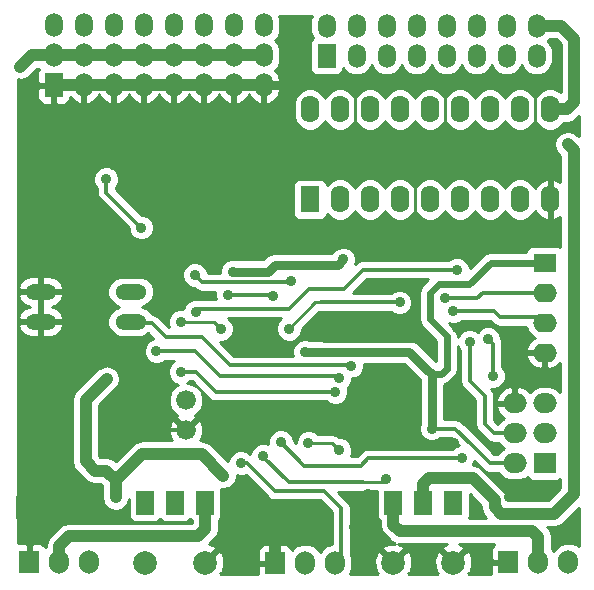
<source format=gbl>
G04 (created by PCBNEW-RS274X (2012-01-19 BZR 3256)-stable) date 13/04/2012 18:31:07*
G01*
G70*
G90*
%MOIN*%
G04 Gerber Fmt 3.4, Leading zero omitted, Abs format*
%FSLAX34Y34*%
G04 APERTURE LIST*
%ADD10C,0.006000*%
%ADD11R,0.062000X0.090000*%
%ADD12O,0.062000X0.090000*%
%ADD13R,0.074800X0.066900*%
%ADD14O,0.078700X0.066900*%
%ADD15R,0.066900X0.074800*%
%ADD16O,0.066900X0.078700*%
%ADD17O,0.060000X0.078700*%
%ADD18R,0.060000X0.078700*%
%ADD19R,0.074800X0.063000*%
%ADD20O,0.078700X0.063000*%
%ADD21R,0.059100X0.078700*%
%ADD22C,0.078700*%
%ADD23O,0.104000X0.052000*%
%ADD24C,0.066000*%
%ADD25C,0.035400*%
%ADD26C,0.039400*%
%ADD27C,0.013800*%
%ADD28C,0.009800*%
%ADD29C,0.017700*%
%ADD30C,0.031500*%
%ADD31C,0.008300*%
%ADD32C,0.021700*%
%ADD33C,0.010000*%
G04 APERTURE END LIST*
G54D10*
G54D11*
X26665Y-17969D03*
G54D12*
X27665Y-17969D03*
X28665Y-17969D03*
X29665Y-17969D03*
X30665Y-17969D03*
X31665Y-17969D03*
X32665Y-17969D03*
X33665Y-17969D03*
X34665Y-17969D03*
X34665Y-14969D03*
X33665Y-14969D03*
X32665Y-14969D03*
X31665Y-14969D03*
X30665Y-14969D03*
X29665Y-14969D03*
X28665Y-14969D03*
X27665Y-14969D03*
X26665Y-14969D03*
G54D13*
X34488Y-26756D03*
G54D14*
X33488Y-26756D03*
X34488Y-25756D03*
X33488Y-25756D03*
X34488Y-24756D03*
X33488Y-24756D03*
G54D15*
X33272Y-30055D03*
G54D16*
X34272Y-30055D03*
X35272Y-30055D03*
G54D15*
X17303Y-30055D03*
G54D16*
X18303Y-30055D03*
X19303Y-30055D03*
G54D15*
X25500Y-30091D03*
G54D16*
X26500Y-30091D03*
X27500Y-30091D03*
G54D17*
X25130Y-14161D03*
X24130Y-14161D03*
X23130Y-14161D03*
X22130Y-14161D03*
X21130Y-14161D03*
X20130Y-14161D03*
X19130Y-14161D03*
G54D18*
X18130Y-14161D03*
G54D17*
X18130Y-13161D03*
X18130Y-12161D03*
X19130Y-13161D03*
X19130Y-12161D03*
X20130Y-13161D03*
X20130Y-12161D03*
X21130Y-13161D03*
X21130Y-12161D03*
X22130Y-13161D03*
X22130Y-12161D03*
X23130Y-13161D03*
X23130Y-12161D03*
X24130Y-13161D03*
X24130Y-12161D03*
X25130Y-13161D03*
X25130Y-12161D03*
G54D18*
X27220Y-13181D03*
G54D17*
X27220Y-12181D03*
X28220Y-13181D03*
X28220Y-12181D03*
X29220Y-13181D03*
X29220Y-12181D03*
X30220Y-13181D03*
X30220Y-12181D03*
X31220Y-13181D03*
X31220Y-12181D03*
X32220Y-13181D03*
X32220Y-12181D03*
X33220Y-13181D03*
X33220Y-12181D03*
X34220Y-13181D03*
X34220Y-12181D03*
G54D19*
X34490Y-20070D03*
G54D20*
X34490Y-21070D03*
X34490Y-22070D03*
X34490Y-23070D03*
G54D21*
X30440Y-28070D03*
X31440Y-28070D03*
X29440Y-28070D03*
G54D22*
X29440Y-30070D03*
X31440Y-30070D03*
G54D21*
X22170Y-28070D03*
X23170Y-28070D03*
X21170Y-28070D03*
G54D22*
X21170Y-30070D03*
X23170Y-30070D03*
G54D23*
X17689Y-21039D03*
X17689Y-22039D03*
X20689Y-22039D03*
X20689Y-21039D03*
G54D24*
X22531Y-24661D03*
X22531Y-25661D03*
G54D25*
X28047Y-23508D03*
X21547Y-23028D03*
X27638Y-23925D03*
X27512Y-24382D03*
X22350Y-23713D03*
X23689Y-22280D03*
X22350Y-22051D03*
X32760Y-23850D03*
X32598Y-22626D03*
X31441Y-21689D03*
X25094Y-26520D03*
X29200Y-27270D03*
X31563Y-20311D03*
X31988Y-22713D03*
X22858Y-21709D03*
X31720Y-26590D03*
X25689Y-26055D03*
X31177Y-21248D03*
X17980Y-17752D03*
X19059Y-17059D03*
X18339Y-19051D03*
X19701Y-18469D03*
X17902Y-19311D03*
X17189Y-19520D03*
X19720Y-19909D03*
X18161Y-15811D03*
X28610Y-27800D03*
X31087Y-16386D03*
X17169Y-27831D03*
X19819Y-26228D03*
X31472Y-26102D03*
X20236Y-28547D03*
X34343Y-27811D03*
X22319Y-20795D03*
X33290Y-27890D03*
X28118Y-28898D03*
X30646Y-19091D03*
X26780Y-28717D03*
X34516Y-16386D03*
X33240Y-23335D03*
X35256Y-29228D03*
X28693Y-20980D03*
X27180Y-22580D03*
X29146Y-16386D03*
X28177Y-16386D03*
X32035Y-25425D03*
X28287Y-26043D03*
X30157Y-16386D03*
X26228Y-12181D03*
X21965Y-21665D03*
X24465Y-30091D03*
X24787Y-28665D03*
X32240Y-28340D03*
X21976Y-18614D03*
X30750Y-22900D03*
X25272Y-17051D03*
X35484Y-28583D03*
X31571Y-22244D03*
X34299Y-19114D03*
X24358Y-26748D03*
X35260Y-16122D03*
X26043Y-20681D03*
X22827Y-20484D03*
X21043Y-18906D03*
X19874Y-17291D03*
X29650Y-21400D03*
X25969Y-22276D03*
X27642Y-26327D03*
X26614Y-26094D03*
X23929Y-21138D03*
X25421Y-21177D03*
X17000Y-13539D03*
X24087Y-20370D03*
X19886Y-23949D03*
X20189Y-27902D03*
X23780Y-27181D03*
X30728Y-25606D03*
X26500Y-23051D03*
X27772Y-19965D03*
G54D26*
X18620Y-29200D02*
X22920Y-29200D01*
X23170Y-28070D02*
X23170Y-28950D01*
X22920Y-29200D02*
X23170Y-28950D01*
X18620Y-29200D02*
X18303Y-29517D01*
X18303Y-29517D02*
X18303Y-30055D01*
X29650Y-29020D02*
X29440Y-28810D01*
X34272Y-30055D02*
X34272Y-29212D01*
X34080Y-29020D02*
X29650Y-29020D01*
X34272Y-29212D02*
X34080Y-29020D01*
X29440Y-28810D02*
X29440Y-28070D01*
G54D27*
X28031Y-23492D02*
X23984Y-23492D01*
X21851Y-22559D02*
X21390Y-22098D01*
X28047Y-23508D02*
X28031Y-23492D01*
X20748Y-22098D02*
X20689Y-22039D01*
X23984Y-23492D02*
X23953Y-23461D01*
X21390Y-22098D02*
X20748Y-22098D01*
X23953Y-23461D02*
X23051Y-22559D01*
X23051Y-22559D02*
X21851Y-22559D01*
X22836Y-23028D02*
X21547Y-23028D01*
X27638Y-23925D02*
X27556Y-23843D01*
X27556Y-23843D02*
X23651Y-23843D01*
X23651Y-23843D02*
X22839Y-23031D01*
X22839Y-23031D02*
X22836Y-23028D01*
X22866Y-23713D02*
X22350Y-23713D01*
X27512Y-24382D02*
X23535Y-24382D01*
X23535Y-24382D02*
X22866Y-23713D01*
G54D28*
X23460Y-22051D02*
X22350Y-22051D01*
X23689Y-22280D02*
X23460Y-22051D01*
G54D27*
X32760Y-22788D02*
X32598Y-22626D01*
X32760Y-23850D02*
X32760Y-22788D01*
X34314Y-21894D02*
X33005Y-21894D01*
X32800Y-21689D02*
X31441Y-21689D01*
X34490Y-22070D02*
X34314Y-21894D01*
X33005Y-21894D02*
X32800Y-21689D01*
X25949Y-27394D02*
X25094Y-26539D01*
G54D28*
X29076Y-27394D02*
X28425Y-27394D01*
X29200Y-27270D02*
X29076Y-27394D01*
G54D27*
X26209Y-27394D02*
X25949Y-27394D01*
G54D29*
X25094Y-26520D02*
X25094Y-26539D01*
G54D27*
X28425Y-27394D02*
X26209Y-27394D01*
X25953Y-21614D02*
X26624Y-20943D01*
X22953Y-21614D02*
X25953Y-21614D01*
X32488Y-25448D02*
X32796Y-25756D01*
X32488Y-25220D02*
X32488Y-25448D01*
X32488Y-24524D02*
X31988Y-24024D01*
X31563Y-20311D02*
X28429Y-20311D01*
X22858Y-21709D02*
X22953Y-21614D01*
X26624Y-20943D02*
X27797Y-20943D01*
X31988Y-24024D02*
X31988Y-22713D01*
X28429Y-20311D02*
X27797Y-20943D01*
X27797Y-20943D02*
X27801Y-20943D01*
X33488Y-25756D02*
X32796Y-25756D01*
X26624Y-20943D02*
X26626Y-20941D01*
X32488Y-25220D02*
X32488Y-24524D01*
X26477Y-26843D02*
X25689Y-26055D01*
X28357Y-26843D02*
X28610Y-26590D01*
X27913Y-26843D02*
X27910Y-26843D01*
X27910Y-26843D02*
X28357Y-26843D01*
X27910Y-26843D02*
X26477Y-26843D01*
X28610Y-26590D02*
X31720Y-26590D01*
X32240Y-21248D02*
X31177Y-21248D01*
G54D28*
X34480Y-21060D02*
X34490Y-21070D01*
G54D27*
X34490Y-21070D02*
X32418Y-21070D01*
X32418Y-21070D02*
X32240Y-21248D01*
X19059Y-17059D02*
X18161Y-16161D01*
X19197Y-19909D02*
X19720Y-19909D01*
X19701Y-18469D02*
X18984Y-17752D01*
X28614Y-28402D02*
X28614Y-27929D01*
G54D30*
X29860Y-22580D02*
X27180Y-22580D01*
G54D27*
X18339Y-19051D02*
X19197Y-19909D01*
X18984Y-17752D02*
X17980Y-17752D01*
X18161Y-16161D02*
X18161Y-15811D01*
X17398Y-19311D02*
X17902Y-19311D01*
X17189Y-19520D02*
X17398Y-19311D01*
X22523Y-25669D02*
X20378Y-25669D01*
G54D28*
X30161Y-16390D02*
X30157Y-16386D01*
G54D26*
X23130Y-14161D02*
X24130Y-14161D01*
X20236Y-28547D02*
X17075Y-28547D01*
G54D27*
X22531Y-25661D02*
X22523Y-25669D01*
X31472Y-26102D02*
X31469Y-26102D01*
X34343Y-27811D02*
X34386Y-27854D01*
X20378Y-25669D02*
X19819Y-26228D01*
G54D26*
X17075Y-28547D02*
X17075Y-27925D01*
G54D27*
X34299Y-19114D02*
X30669Y-19114D01*
G54D30*
X30430Y-22580D02*
X29860Y-22580D01*
G54D27*
X34386Y-27854D02*
X34433Y-27854D01*
G54D28*
X30646Y-19091D02*
X30161Y-18606D01*
G54D27*
X28614Y-28402D02*
X28118Y-28898D01*
X35484Y-29000D02*
X35484Y-28583D01*
G54D30*
X30750Y-22900D02*
X30430Y-22580D01*
G54D28*
X34161Y-15740D02*
X34161Y-14145D01*
G54D27*
X21976Y-18614D02*
X21976Y-20452D01*
G54D26*
X17075Y-27925D02*
X17169Y-27831D01*
X19130Y-14161D02*
X20130Y-14161D01*
G54D28*
X34516Y-16095D02*
X34161Y-15740D01*
G54D31*
X22319Y-21311D02*
X21965Y-21665D01*
G54D26*
X21130Y-14161D02*
X22130Y-14161D01*
G54D27*
X33488Y-24756D02*
X33488Y-23583D01*
X34299Y-19114D02*
X34291Y-19106D01*
G54D30*
X26228Y-13642D02*
X26228Y-12181D01*
G54D26*
X25759Y-28898D02*
X25500Y-29157D01*
G54D31*
X22319Y-20795D02*
X22319Y-21311D01*
G54D26*
X26780Y-28717D02*
X26599Y-28898D01*
G54D27*
X28610Y-27800D02*
X28614Y-27804D01*
G54D26*
X22130Y-14161D02*
X23130Y-14161D01*
G54D27*
X31571Y-22244D02*
X31571Y-22236D01*
X32035Y-25425D02*
X32031Y-25421D01*
X28704Y-20969D02*
X28705Y-20969D01*
G54D26*
X24130Y-14161D02*
X25130Y-14161D01*
G54D27*
X28614Y-27804D02*
X28614Y-27929D01*
G54D26*
X25500Y-29157D02*
X25500Y-30091D01*
G54D28*
X28169Y-16378D02*
X28177Y-16386D01*
X34161Y-14145D02*
X33839Y-13823D01*
X30161Y-16390D02*
X30161Y-18606D01*
G54D26*
X26599Y-28898D02*
X25759Y-28898D01*
G54D28*
X31248Y-13917D02*
X31165Y-14000D01*
G54D31*
X21976Y-18614D02*
X21972Y-18610D01*
G54D27*
X21976Y-20452D02*
X22319Y-20795D01*
X35256Y-29228D02*
X35484Y-29000D01*
G54D28*
X28169Y-16378D02*
X28169Y-14047D01*
G54D30*
X25709Y-14161D02*
X26228Y-13642D01*
G54D26*
X18130Y-14161D02*
X19130Y-14161D01*
G54D30*
X34516Y-16386D02*
X34512Y-16386D01*
G54D28*
X31165Y-16308D02*
X31087Y-16386D01*
G54D26*
X20130Y-14161D02*
X21130Y-14161D01*
G54D28*
X34516Y-16386D02*
X34516Y-16095D01*
G54D27*
X30669Y-19114D02*
X30646Y-19091D01*
X28693Y-20980D02*
X28704Y-20969D01*
G54D28*
X28417Y-13799D02*
X28169Y-14047D01*
G54D31*
X24465Y-30091D02*
X24465Y-30079D01*
G54D30*
X25130Y-14161D02*
X25709Y-14161D01*
G54D31*
X25272Y-17051D02*
X25268Y-17047D01*
G54D28*
X31165Y-16308D02*
X31165Y-14000D01*
G54D27*
X33488Y-23583D02*
X33240Y-23335D01*
X27713Y-28492D02*
X27713Y-29878D01*
X27713Y-28492D02*
X27713Y-28268D01*
X27122Y-27677D02*
X25500Y-27677D01*
G54D28*
X27713Y-29878D02*
X27500Y-30091D01*
G54D27*
X24571Y-26748D02*
X24358Y-26748D01*
X25500Y-27677D02*
X24571Y-26748D01*
X27713Y-28268D02*
X27122Y-27677D01*
G54D26*
X34800Y-28441D02*
X35461Y-27780D01*
X33039Y-28441D02*
X34800Y-28441D01*
X30616Y-27264D02*
X32084Y-27264D01*
X35461Y-16323D02*
X35260Y-16122D01*
X32084Y-27264D02*
X32820Y-28000D01*
X32820Y-28000D02*
X32820Y-28222D01*
X32820Y-28222D02*
X33039Y-28441D01*
X30616Y-27264D02*
X30440Y-27440D01*
X35461Y-27780D02*
X35461Y-16323D01*
X30440Y-28070D02*
X30440Y-27440D01*
G54D27*
X25996Y-20728D02*
X23071Y-20728D01*
X23071Y-20728D02*
X22827Y-20484D01*
G54D31*
X26043Y-20681D02*
X25996Y-20728D01*
G54D27*
X19874Y-17737D02*
X19874Y-17291D01*
X21043Y-18906D02*
X19874Y-17737D01*
G54D28*
X26845Y-21400D02*
X27020Y-21400D01*
X25969Y-22276D02*
X26845Y-21400D01*
G54D27*
X27020Y-21400D02*
X29650Y-21400D01*
G54D28*
X26614Y-26094D02*
X27409Y-26094D01*
X27409Y-26094D02*
X27642Y-26327D01*
G54D31*
X25421Y-21177D02*
X25382Y-21138D01*
G54D27*
X25382Y-21138D02*
X23929Y-21138D01*
G54D26*
X35470Y-12612D02*
X35039Y-12181D01*
X35221Y-14969D02*
X35470Y-14720D01*
X35039Y-12181D02*
X34220Y-12181D01*
X34665Y-14969D02*
X35221Y-14969D01*
X35470Y-14720D02*
X35470Y-12612D01*
X23130Y-13161D02*
X24130Y-13161D01*
X17382Y-13157D02*
X18126Y-13157D01*
X18126Y-13157D02*
X18130Y-13161D01*
X18130Y-13161D02*
X19130Y-13161D01*
X17000Y-13539D02*
X17382Y-13157D01*
X21130Y-13161D02*
X22130Y-13161D01*
X22130Y-13161D02*
X23130Y-13161D01*
X19130Y-13161D02*
X20130Y-13161D01*
X24130Y-13161D02*
X25130Y-13161D01*
X20130Y-13161D02*
X21130Y-13161D01*
X21067Y-26449D02*
X20189Y-27327D01*
G54D27*
X32662Y-26756D02*
X33488Y-26756D01*
G54D26*
X23780Y-27181D02*
X23048Y-26449D01*
X20189Y-27327D02*
X20189Y-27902D01*
G54D30*
X30533Y-23604D02*
X30728Y-23799D01*
G54D26*
X23048Y-26449D02*
X21067Y-26449D01*
G54D32*
X32682Y-20070D02*
X31980Y-20772D01*
G54D30*
X29980Y-23051D02*
X26500Y-23051D01*
G54D32*
X30657Y-21956D02*
X31230Y-22529D01*
X31230Y-23604D02*
X31035Y-23799D01*
X34490Y-20070D02*
X32682Y-20070D01*
G54D26*
X19185Y-24650D02*
X19886Y-23949D01*
G54D32*
X31230Y-22529D02*
X31230Y-23496D01*
X30657Y-21087D02*
X30657Y-21956D01*
G54D26*
X20189Y-27327D02*
X19874Y-27012D01*
X19496Y-27012D02*
X19185Y-26701D01*
X19185Y-26701D02*
X19185Y-24650D01*
X19874Y-27012D02*
X19496Y-27012D01*
G54D27*
X31512Y-25606D02*
X30728Y-25606D01*
G54D30*
X25487Y-20150D02*
X25267Y-20370D01*
G54D32*
X31230Y-23496D02*
X31230Y-23604D01*
G54D30*
X30728Y-25606D02*
X30728Y-24106D01*
G54D27*
X32059Y-26153D02*
X31512Y-25606D01*
G54D32*
X31980Y-20772D02*
X30972Y-20772D01*
G54D27*
X32059Y-26153D02*
X32662Y-26756D01*
G54D30*
X30728Y-23799D02*
X30728Y-24106D01*
G54D32*
X31035Y-23799D02*
X30728Y-23799D01*
X30972Y-20772D02*
X30657Y-21087D01*
G54D30*
X25267Y-20370D02*
X24087Y-20370D01*
X30533Y-23604D02*
X29980Y-23051D01*
X27587Y-20150D02*
X25487Y-20150D01*
X27772Y-19965D02*
X27587Y-20150D01*
G54D10*
G36*
X21241Y-30070D02*
X21170Y-30141D01*
X21099Y-30070D01*
X21170Y-29999D01*
X21241Y-30070D01*
X21241Y-30070D01*
G37*
G54D33*
X21241Y-30070D02*
X21170Y-30141D01*
X21099Y-30070D01*
X21170Y-29999D01*
X21241Y-30070D01*
G54D10*
G36*
X27394Y-29447D02*
X27387Y-29447D01*
X27176Y-29534D01*
X27015Y-29695D01*
X27000Y-29730D01*
X26986Y-29696D01*
X26825Y-29535D01*
X26615Y-29447D01*
X26387Y-29447D01*
X26176Y-29534D01*
X26071Y-29638D01*
X26045Y-29576D01*
X25975Y-29506D01*
X25883Y-29468D01*
X25612Y-29467D01*
X25550Y-29529D01*
X25550Y-29991D01*
X25550Y-30041D01*
X25550Y-30141D01*
X25450Y-30141D01*
X25450Y-30041D01*
X25450Y-29529D01*
X25388Y-29467D01*
X25117Y-29468D01*
X25025Y-29506D01*
X24955Y-29576D01*
X24917Y-29667D01*
X24917Y-29766D01*
X24916Y-29979D01*
X24978Y-30041D01*
X25450Y-30041D01*
X25450Y-30141D01*
X25400Y-30141D01*
X24978Y-30141D01*
X24916Y-30203D01*
X24917Y-30416D01*
X24917Y-30467D01*
X23805Y-30467D01*
X23698Y-30467D01*
X23703Y-30462D01*
X23665Y-30424D01*
X23718Y-30406D01*
X23805Y-30170D01*
X23795Y-29920D01*
X23718Y-29734D01*
X23614Y-29697D01*
X23276Y-30035D01*
X23241Y-30070D01*
X23170Y-30141D01*
X23099Y-30070D01*
X23170Y-29999D01*
X23205Y-29964D01*
X23543Y-29626D01*
X23506Y-29522D01*
X23304Y-29447D01*
X23486Y-29266D01*
X23583Y-29122D01*
X23583Y-29121D01*
X23617Y-28950D01*
X23617Y-28663D01*
X23676Y-28604D01*
X23714Y-28513D01*
X23714Y-28414D01*
X23714Y-27628D01*
X23708Y-27613D01*
X23780Y-27628D01*
X23951Y-27594D01*
X24096Y-27497D01*
X24193Y-27352D01*
X24227Y-27181D01*
X24221Y-27153D01*
X24272Y-27175D01*
X24442Y-27175D01*
X24515Y-27144D01*
X25272Y-27900D01*
X25274Y-27903D01*
X25377Y-27971D01*
X25378Y-27972D01*
X25475Y-27991D01*
X25499Y-27996D01*
X25499Y-27995D01*
X25500Y-27996D01*
X26989Y-27996D01*
X27394Y-28400D01*
X27394Y-28492D01*
X27394Y-29447D01*
X27394Y-29447D01*
G37*
G54D33*
X27394Y-29447D02*
X27387Y-29447D01*
X27176Y-29534D01*
X27015Y-29695D01*
X27000Y-29730D01*
X26986Y-29696D01*
X26825Y-29535D01*
X26615Y-29447D01*
X26387Y-29447D01*
X26176Y-29534D01*
X26071Y-29638D01*
X26045Y-29576D01*
X25975Y-29506D01*
X25883Y-29468D01*
X25612Y-29467D01*
X25550Y-29529D01*
X25550Y-29991D01*
X25550Y-30041D01*
X25550Y-30141D01*
X25450Y-30141D01*
X25450Y-30041D01*
X25450Y-29529D01*
X25388Y-29467D01*
X25117Y-29468D01*
X25025Y-29506D01*
X24955Y-29576D01*
X24917Y-29667D01*
X24917Y-29766D01*
X24916Y-29979D01*
X24978Y-30041D01*
X25450Y-30041D01*
X25450Y-30141D01*
X25400Y-30141D01*
X24978Y-30141D01*
X24916Y-30203D01*
X24917Y-30416D01*
X24917Y-30467D01*
X23805Y-30467D01*
X23698Y-30467D01*
X23703Y-30462D01*
X23665Y-30424D01*
X23718Y-30406D01*
X23805Y-30170D01*
X23795Y-29920D01*
X23718Y-29734D01*
X23614Y-29697D01*
X23276Y-30035D01*
X23241Y-30070D01*
X23170Y-30141D01*
X23099Y-30070D01*
X23170Y-29999D01*
X23205Y-29964D01*
X23543Y-29626D01*
X23506Y-29522D01*
X23304Y-29447D01*
X23486Y-29266D01*
X23583Y-29122D01*
X23583Y-29121D01*
X23617Y-28950D01*
X23617Y-28663D01*
X23676Y-28604D01*
X23714Y-28513D01*
X23714Y-28414D01*
X23714Y-27628D01*
X23708Y-27613D01*
X23780Y-27628D01*
X23951Y-27594D01*
X24096Y-27497D01*
X24193Y-27352D01*
X24227Y-27181D01*
X24221Y-27153D01*
X24272Y-27175D01*
X24442Y-27175D01*
X24515Y-27144D01*
X25272Y-27900D01*
X25274Y-27903D01*
X25377Y-27971D01*
X25378Y-27972D01*
X25475Y-27991D01*
X25499Y-27996D01*
X25499Y-27995D01*
X25500Y-27996D01*
X26989Y-27996D01*
X27394Y-28400D01*
X27394Y-28492D01*
X27394Y-29447D01*
G54D10*
G36*
X30872Y-23367D02*
X30821Y-23316D01*
X30268Y-22763D01*
X30136Y-22675D01*
X29980Y-22644D01*
X26633Y-22644D01*
X26586Y-22624D01*
X26416Y-22624D01*
X26259Y-22689D01*
X26139Y-22808D01*
X26073Y-22965D01*
X26073Y-23135D01*
X26088Y-23173D01*
X24116Y-23173D01*
X23650Y-22707D01*
X23773Y-22707D01*
X23930Y-22642D01*
X24050Y-22523D01*
X24116Y-22366D01*
X24116Y-22196D01*
X24051Y-22039D01*
X23945Y-21933D01*
X25708Y-21933D01*
X25608Y-22033D01*
X25542Y-22190D01*
X25542Y-22360D01*
X25607Y-22517D01*
X25726Y-22637D01*
X25883Y-22703D01*
X26053Y-22703D01*
X26210Y-22638D01*
X26330Y-22519D01*
X26396Y-22362D01*
X26396Y-22271D01*
X26960Y-21707D01*
X27020Y-21719D01*
X29365Y-21719D01*
X29407Y-21761D01*
X29564Y-21827D01*
X29734Y-21827D01*
X29891Y-21762D01*
X30011Y-21643D01*
X30077Y-21486D01*
X30077Y-21316D01*
X30012Y-21159D01*
X29893Y-21039D01*
X29736Y-20973D01*
X29566Y-20973D01*
X29409Y-21038D01*
X29365Y-21081D01*
X28110Y-21081D01*
X28561Y-20630D01*
X30608Y-20630D01*
X30404Y-20834D01*
X30326Y-20950D01*
X30299Y-21087D01*
X30299Y-21956D01*
X30326Y-22093D01*
X30404Y-22209D01*
X30872Y-22677D01*
X30872Y-23367D01*
X30872Y-23367D01*
G37*
G54D33*
X30872Y-23367D02*
X30821Y-23316D01*
X30268Y-22763D01*
X30136Y-22675D01*
X29980Y-22644D01*
X26633Y-22644D01*
X26586Y-22624D01*
X26416Y-22624D01*
X26259Y-22689D01*
X26139Y-22808D01*
X26073Y-22965D01*
X26073Y-23135D01*
X26088Y-23173D01*
X24116Y-23173D01*
X23650Y-22707D01*
X23773Y-22707D01*
X23930Y-22642D01*
X24050Y-22523D01*
X24116Y-22366D01*
X24116Y-22196D01*
X24051Y-22039D01*
X23945Y-21933D01*
X25708Y-21933D01*
X25608Y-22033D01*
X25542Y-22190D01*
X25542Y-22360D01*
X25607Y-22517D01*
X25726Y-22637D01*
X25883Y-22703D01*
X26053Y-22703D01*
X26210Y-22638D01*
X26330Y-22519D01*
X26396Y-22362D01*
X26396Y-22271D01*
X26960Y-21707D01*
X27020Y-21719D01*
X29365Y-21719D01*
X29407Y-21761D01*
X29564Y-21827D01*
X29734Y-21827D01*
X29891Y-21762D01*
X30011Y-21643D01*
X30077Y-21486D01*
X30077Y-21316D01*
X30012Y-21159D01*
X29893Y-21039D01*
X29736Y-20973D01*
X29566Y-20973D01*
X29409Y-21038D01*
X29365Y-21081D01*
X28110Y-21081D01*
X28561Y-20630D01*
X30608Y-20630D01*
X30404Y-20834D01*
X30326Y-20950D01*
X30299Y-21087D01*
X30299Y-21956D01*
X30326Y-22093D01*
X30404Y-22209D01*
X30872Y-22677D01*
X30872Y-23367D01*
G54D10*
G36*
X32538Y-28573D02*
X31958Y-28573D01*
X31984Y-28513D01*
X31984Y-28414D01*
X31984Y-27796D01*
X32373Y-28185D01*
X32373Y-28222D01*
X32407Y-28393D01*
X32504Y-28538D01*
X32538Y-28573D01*
X32538Y-28573D01*
G37*
G54D33*
X32538Y-28573D02*
X31958Y-28573D01*
X31984Y-28513D01*
X31984Y-28414D01*
X31984Y-27796D01*
X32373Y-28185D01*
X32373Y-28222D01*
X32407Y-28393D01*
X32504Y-28538D01*
X32538Y-28573D01*
G54D10*
G36*
X33127Y-26255D02*
X33093Y-26270D01*
X32932Y-26431D01*
X32929Y-26437D01*
X32794Y-26437D01*
X32285Y-25927D01*
X32282Y-25925D01*
X31738Y-25380D01*
X31634Y-25311D01*
X31512Y-25286D01*
X31507Y-25287D01*
X31135Y-25287D01*
X31135Y-24137D01*
X31172Y-24130D01*
X31288Y-24052D01*
X31483Y-23858D01*
X31483Y-23857D01*
X31534Y-23780D01*
X31560Y-23742D01*
X31561Y-23741D01*
X31587Y-23605D01*
X31588Y-23604D01*
X31588Y-23496D01*
X31588Y-22862D01*
X31626Y-22954D01*
X31669Y-22997D01*
X31669Y-24019D01*
X31668Y-24024D01*
X31693Y-24146D01*
X31762Y-24250D01*
X32169Y-24656D01*
X32169Y-25220D01*
X32169Y-25443D01*
X32168Y-25448D01*
X32193Y-25570D01*
X32262Y-25674D01*
X32568Y-25979D01*
X32570Y-25982D01*
X32673Y-26050D01*
X32674Y-26051D01*
X32796Y-26075D01*
X32928Y-26075D01*
X32931Y-26080D01*
X33092Y-26241D01*
X33127Y-26255D01*
X33127Y-26255D01*
G37*
G54D33*
X33127Y-26255D02*
X33093Y-26270D01*
X32932Y-26431D01*
X32929Y-26437D01*
X32794Y-26437D01*
X32285Y-25927D01*
X32282Y-25925D01*
X31738Y-25380D01*
X31634Y-25311D01*
X31512Y-25286D01*
X31507Y-25287D01*
X31135Y-25287D01*
X31135Y-24137D01*
X31172Y-24130D01*
X31288Y-24052D01*
X31483Y-23858D01*
X31483Y-23857D01*
X31534Y-23780D01*
X31560Y-23742D01*
X31561Y-23741D01*
X31587Y-23605D01*
X31588Y-23604D01*
X31588Y-23496D01*
X31588Y-22862D01*
X31626Y-22954D01*
X31669Y-22997D01*
X31669Y-24019D01*
X31668Y-24024D01*
X31693Y-24146D01*
X31762Y-24250D01*
X32169Y-24656D01*
X32169Y-25220D01*
X32169Y-25443D01*
X32168Y-25448D01*
X32193Y-25570D01*
X32262Y-25674D01*
X32568Y-25979D01*
X32570Y-25982D01*
X32673Y-26050D01*
X32674Y-26051D01*
X32796Y-26075D01*
X32928Y-26075D01*
X32931Y-26080D01*
X33092Y-26241D01*
X33127Y-26255D01*
G54D10*
G36*
X33322Y-30105D02*
X33222Y-30105D01*
X33172Y-30105D01*
X32750Y-30105D01*
X32688Y-30167D01*
X32689Y-30380D01*
X32689Y-30467D01*
X32075Y-30467D01*
X31968Y-30467D01*
X31973Y-30462D01*
X31935Y-30424D01*
X31988Y-30406D01*
X32075Y-30170D01*
X32065Y-29920D01*
X31988Y-29734D01*
X31884Y-29697D01*
X31546Y-30035D01*
X31511Y-30070D01*
X31440Y-30141D01*
X31369Y-30070D01*
X31334Y-30035D01*
X30996Y-29697D01*
X30892Y-29734D01*
X30805Y-29970D01*
X30815Y-30220D01*
X30892Y-30406D01*
X30944Y-30424D01*
X30907Y-30462D01*
X30912Y-30467D01*
X30075Y-30467D01*
X29968Y-30467D01*
X29973Y-30462D01*
X29935Y-30424D01*
X29988Y-30406D01*
X30075Y-30170D01*
X30065Y-29920D01*
X29988Y-29734D01*
X29884Y-29697D01*
X29546Y-30035D01*
X29511Y-30070D01*
X29440Y-30141D01*
X29369Y-30070D01*
X29334Y-30035D01*
X28996Y-29697D01*
X28892Y-29734D01*
X28805Y-29970D01*
X28815Y-30220D01*
X28892Y-30406D01*
X28944Y-30424D01*
X28907Y-30462D01*
X28912Y-30467D01*
X27993Y-30467D01*
X28073Y-30277D01*
X28073Y-30049D01*
X28073Y-29907D01*
X28032Y-29807D01*
X28032Y-28492D01*
X28032Y-28268D01*
X28031Y-28267D01*
X28032Y-28267D01*
X28027Y-28243D01*
X28008Y-28146D01*
X28007Y-28145D01*
X27939Y-28042D01*
X27936Y-28040D01*
X27609Y-27713D01*
X28425Y-27713D01*
X28526Y-27693D01*
X28896Y-27693D01*
X28896Y-27726D01*
X28896Y-28512D01*
X28934Y-28604D01*
X28993Y-28663D01*
X28993Y-28810D01*
X29027Y-28981D01*
X29124Y-29126D01*
X29333Y-29335D01*
X29334Y-29336D01*
X29478Y-29432D01*
X29479Y-29433D01*
X29497Y-29436D01*
X29290Y-29445D01*
X29104Y-29522D01*
X29067Y-29626D01*
X29440Y-29999D01*
X29813Y-29626D01*
X29776Y-29522D01*
X29599Y-29456D01*
X29649Y-29466D01*
X29650Y-29467D01*
X31236Y-29467D01*
X31104Y-29522D01*
X31067Y-29626D01*
X31440Y-29999D01*
X31813Y-29626D01*
X31776Y-29522D01*
X31626Y-29467D01*
X32804Y-29467D01*
X32797Y-29470D01*
X32727Y-29540D01*
X32689Y-29631D01*
X32689Y-29730D01*
X32688Y-29943D01*
X32750Y-30005D01*
X33172Y-30005D01*
X33222Y-30005D01*
X33322Y-30005D01*
X33322Y-30105D01*
X33322Y-30105D01*
G37*
G54D33*
X33322Y-30105D02*
X33222Y-30105D01*
X33172Y-30105D01*
X32750Y-30105D01*
X32688Y-30167D01*
X32689Y-30380D01*
X32689Y-30467D01*
X32075Y-30467D01*
X31968Y-30467D01*
X31973Y-30462D01*
X31935Y-30424D01*
X31988Y-30406D01*
X32075Y-30170D01*
X32065Y-29920D01*
X31988Y-29734D01*
X31884Y-29697D01*
X31546Y-30035D01*
X31511Y-30070D01*
X31440Y-30141D01*
X31369Y-30070D01*
X31334Y-30035D01*
X30996Y-29697D01*
X30892Y-29734D01*
X30805Y-29970D01*
X30815Y-30220D01*
X30892Y-30406D01*
X30944Y-30424D01*
X30907Y-30462D01*
X30912Y-30467D01*
X30075Y-30467D01*
X29968Y-30467D01*
X29973Y-30462D01*
X29935Y-30424D01*
X29988Y-30406D01*
X30075Y-30170D01*
X30065Y-29920D01*
X29988Y-29734D01*
X29884Y-29697D01*
X29546Y-30035D01*
X29511Y-30070D01*
X29440Y-30141D01*
X29369Y-30070D01*
X29334Y-30035D01*
X28996Y-29697D01*
X28892Y-29734D01*
X28805Y-29970D01*
X28815Y-30220D01*
X28892Y-30406D01*
X28944Y-30424D01*
X28907Y-30462D01*
X28912Y-30467D01*
X27993Y-30467D01*
X28073Y-30277D01*
X28073Y-30049D01*
X28073Y-29907D01*
X28032Y-29807D01*
X28032Y-28492D01*
X28032Y-28268D01*
X28031Y-28267D01*
X28032Y-28267D01*
X28027Y-28243D01*
X28008Y-28146D01*
X28007Y-28145D01*
X27939Y-28042D01*
X27936Y-28040D01*
X27609Y-27713D01*
X28425Y-27713D01*
X28526Y-27693D01*
X28896Y-27693D01*
X28896Y-27726D01*
X28896Y-28512D01*
X28934Y-28604D01*
X28993Y-28663D01*
X28993Y-28810D01*
X29027Y-28981D01*
X29124Y-29126D01*
X29333Y-29335D01*
X29334Y-29336D01*
X29478Y-29432D01*
X29479Y-29433D01*
X29497Y-29436D01*
X29290Y-29445D01*
X29104Y-29522D01*
X29067Y-29626D01*
X29440Y-29999D01*
X29813Y-29626D01*
X29776Y-29522D01*
X29599Y-29456D01*
X29649Y-29466D01*
X29650Y-29467D01*
X31236Y-29467D01*
X31104Y-29522D01*
X31067Y-29626D01*
X31440Y-29999D01*
X31813Y-29626D01*
X31776Y-29522D01*
X31626Y-29467D01*
X32804Y-29467D01*
X32797Y-29470D01*
X32727Y-29540D01*
X32689Y-29631D01*
X32689Y-29730D01*
X32688Y-29943D01*
X32750Y-30005D01*
X33172Y-30005D01*
X33222Y-30005D01*
X33322Y-30005D01*
X33322Y-30105D01*
G54D10*
G36*
X35014Y-24401D02*
X34884Y-24271D01*
X34674Y-24183D01*
X34446Y-24183D01*
X34440Y-24183D01*
X34440Y-23568D01*
X34440Y-23120D01*
X33912Y-23120D01*
X33865Y-23207D01*
X33874Y-23228D01*
X33975Y-23422D01*
X34143Y-23562D01*
X34352Y-23627D01*
X34440Y-23568D01*
X34440Y-24183D01*
X34304Y-24183D01*
X34093Y-24270D01*
X33982Y-24380D01*
X33843Y-24255D01*
X33629Y-24180D01*
X33538Y-24236D01*
X33538Y-24656D01*
X33538Y-24706D01*
X33538Y-24806D01*
X33438Y-24806D01*
X33438Y-24706D01*
X33438Y-24236D01*
X33347Y-24180D01*
X33133Y-24255D01*
X32964Y-24406D01*
X32865Y-24611D01*
X32863Y-24616D01*
X32910Y-24706D01*
X33438Y-24706D01*
X33438Y-24806D01*
X33388Y-24806D01*
X32910Y-24806D01*
X32863Y-24896D01*
X32865Y-24901D01*
X32964Y-25106D01*
X33130Y-25254D01*
X33093Y-25270D01*
X32932Y-25431D01*
X32929Y-25437D01*
X32928Y-25437D01*
X32807Y-25315D01*
X32807Y-25220D01*
X32807Y-24528D01*
X32807Y-24524D01*
X32808Y-24524D01*
X32783Y-24402D01*
X32714Y-24298D01*
X32711Y-24296D01*
X32692Y-24277D01*
X32844Y-24277D01*
X33001Y-24212D01*
X33121Y-24093D01*
X33187Y-23936D01*
X33187Y-23766D01*
X33122Y-23609D01*
X33079Y-23565D01*
X33079Y-22792D01*
X33079Y-22788D01*
X33080Y-22788D01*
X33055Y-22666D01*
X33025Y-22621D01*
X33025Y-22620D01*
X33025Y-22542D01*
X32960Y-22385D01*
X32841Y-22265D01*
X32684Y-22199D01*
X32514Y-22199D01*
X32357Y-22264D01*
X32249Y-22370D01*
X32231Y-22352D01*
X32074Y-22286D01*
X31904Y-22286D01*
X31747Y-22351D01*
X31627Y-22470D01*
X31588Y-22562D01*
X31588Y-22529D01*
X31561Y-22392D01*
X31483Y-22276D01*
X31299Y-22092D01*
X31355Y-22116D01*
X31525Y-22116D01*
X31682Y-22051D01*
X31725Y-22008D01*
X32667Y-22008D01*
X32777Y-22117D01*
X32779Y-22120D01*
X32882Y-22188D01*
X32883Y-22189D01*
X32980Y-22208D01*
X33004Y-22213D01*
X33004Y-22212D01*
X33005Y-22213D01*
X33859Y-22213D01*
X33930Y-22384D01*
X34086Y-22540D01*
X34163Y-22571D01*
X34143Y-22578D01*
X33975Y-22718D01*
X33874Y-22912D01*
X33865Y-22933D01*
X33912Y-23020D01*
X34390Y-23020D01*
X34440Y-23020D01*
X34540Y-23020D01*
X34540Y-23120D01*
X34540Y-23170D01*
X34540Y-23568D01*
X34628Y-23627D01*
X34837Y-23562D01*
X35005Y-23422D01*
X35014Y-23404D01*
X35014Y-24401D01*
X35014Y-24401D01*
G37*
G54D33*
X35014Y-24401D02*
X34884Y-24271D01*
X34674Y-24183D01*
X34446Y-24183D01*
X34440Y-24183D01*
X34440Y-23568D01*
X34440Y-23120D01*
X33912Y-23120D01*
X33865Y-23207D01*
X33874Y-23228D01*
X33975Y-23422D01*
X34143Y-23562D01*
X34352Y-23627D01*
X34440Y-23568D01*
X34440Y-24183D01*
X34304Y-24183D01*
X34093Y-24270D01*
X33982Y-24380D01*
X33843Y-24255D01*
X33629Y-24180D01*
X33538Y-24236D01*
X33538Y-24656D01*
X33538Y-24706D01*
X33538Y-24806D01*
X33438Y-24806D01*
X33438Y-24706D01*
X33438Y-24236D01*
X33347Y-24180D01*
X33133Y-24255D01*
X32964Y-24406D01*
X32865Y-24611D01*
X32863Y-24616D01*
X32910Y-24706D01*
X33438Y-24706D01*
X33438Y-24806D01*
X33388Y-24806D01*
X32910Y-24806D01*
X32863Y-24896D01*
X32865Y-24901D01*
X32964Y-25106D01*
X33130Y-25254D01*
X33093Y-25270D01*
X32932Y-25431D01*
X32929Y-25437D01*
X32928Y-25437D01*
X32807Y-25315D01*
X32807Y-25220D01*
X32807Y-24528D01*
X32807Y-24524D01*
X32808Y-24524D01*
X32783Y-24402D01*
X32714Y-24298D01*
X32711Y-24296D01*
X32692Y-24277D01*
X32844Y-24277D01*
X33001Y-24212D01*
X33121Y-24093D01*
X33187Y-23936D01*
X33187Y-23766D01*
X33122Y-23609D01*
X33079Y-23565D01*
X33079Y-22792D01*
X33079Y-22788D01*
X33080Y-22788D01*
X33055Y-22666D01*
X33025Y-22621D01*
X33025Y-22620D01*
X33025Y-22542D01*
X32960Y-22385D01*
X32841Y-22265D01*
X32684Y-22199D01*
X32514Y-22199D01*
X32357Y-22264D01*
X32249Y-22370D01*
X32231Y-22352D01*
X32074Y-22286D01*
X31904Y-22286D01*
X31747Y-22351D01*
X31627Y-22470D01*
X31588Y-22562D01*
X31588Y-22529D01*
X31561Y-22392D01*
X31483Y-22276D01*
X31299Y-22092D01*
X31355Y-22116D01*
X31525Y-22116D01*
X31682Y-22051D01*
X31725Y-22008D01*
X32667Y-22008D01*
X32777Y-22117D01*
X32779Y-22120D01*
X32882Y-22188D01*
X32883Y-22189D01*
X32980Y-22208D01*
X33004Y-22213D01*
X33004Y-22212D01*
X33005Y-22213D01*
X33859Y-22213D01*
X33930Y-22384D01*
X34086Y-22540D01*
X34163Y-22571D01*
X34143Y-22578D01*
X33975Y-22718D01*
X33874Y-22912D01*
X33865Y-22933D01*
X33912Y-23020D01*
X34390Y-23020D01*
X34440Y-23020D01*
X34540Y-23020D01*
X34540Y-23120D01*
X34540Y-23170D01*
X34540Y-23568D01*
X34628Y-23627D01*
X34837Y-23562D01*
X35005Y-23422D01*
X35014Y-23404D01*
X35014Y-24401D01*
G54D10*
G36*
X35014Y-27594D02*
X34614Y-27994D01*
X33265Y-27994D01*
X33233Y-27829D01*
X33232Y-27828D01*
X33136Y-27684D01*
X33135Y-27683D01*
X32400Y-26948D01*
X32255Y-26851D01*
X32087Y-26817D01*
X32142Y-26687D01*
X32434Y-26979D01*
X32436Y-26982D01*
X32539Y-27050D01*
X32540Y-27051D01*
X32637Y-27070D01*
X32661Y-27075D01*
X32661Y-27074D01*
X32662Y-27075D01*
X32928Y-27075D01*
X32931Y-27080D01*
X33092Y-27241D01*
X33302Y-27329D01*
X33530Y-27329D01*
X33672Y-27329D01*
X33883Y-27242D01*
X33900Y-27224D01*
X33903Y-27231D01*
X33973Y-27301D01*
X34064Y-27339D01*
X34163Y-27339D01*
X34911Y-27339D01*
X35003Y-27301D01*
X35014Y-27290D01*
X35014Y-27594D01*
X35014Y-27594D01*
G37*
G54D33*
X35014Y-27594D02*
X34614Y-27994D01*
X33265Y-27994D01*
X33233Y-27829D01*
X33232Y-27828D01*
X33136Y-27684D01*
X33135Y-27683D01*
X32400Y-26948D01*
X32255Y-26851D01*
X32087Y-26817D01*
X32142Y-26687D01*
X32434Y-26979D01*
X32436Y-26982D01*
X32539Y-27050D01*
X32540Y-27051D01*
X32637Y-27070D01*
X32661Y-27075D01*
X32661Y-27074D01*
X32662Y-27075D01*
X32928Y-27075D01*
X32931Y-27080D01*
X33092Y-27241D01*
X33302Y-27329D01*
X33530Y-27329D01*
X33672Y-27329D01*
X33883Y-27242D01*
X33900Y-27224D01*
X33903Y-27231D01*
X33973Y-27301D01*
X34064Y-27339D01*
X34163Y-27339D01*
X34911Y-27339D01*
X35003Y-27301D01*
X35014Y-27290D01*
X35014Y-27594D01*
G54D10*
G36*
X35620Y-15850D02*
X35576Y-15806D01*
X35431Y-15709D01*
X35260Y-15675D01*
X35089Y-15709D01*
X34944Y-15806D01*
X34847Y-15951D01*
X34813Y-16122D01*
X34847Y-16293D01*
X34944Y-16438D01*
X35014Y-16508D01*
X35014Y-17398D01*
X34861Y-17304D01*
X34802Y-17287D01*
X34715Y-17334D01*
X34715Y-17869D01*
X34715Y-17919D01*
X34715Y-18019D01*
X34715Y-18069D01*
X34715Y-18604D01*
X34802Y-18651D01*
X34861Y-18634D01*
X35014Y-18539D01*
X35014Y-19553D01*
X35005Y-19544D01*
X34914Y-19506D01*
X34815Y-19506D01*
X34615Y-19506D01*
X34615Y-18604D01*
X34615Y-18069D01*
X34615Y-18019D01*
X34615Y-17919D01*
X34615Y-17869D01*
X34615Y-17334D01*
X34528Y-17287D01*
X34469Y-17304D01*
X34283Y-17419D01*
X34163Y-17584D01*
X34130Y-17505D01*
X33976Y-17351D01*
X33774Y-17267D01*
X33556Y-17267D01*
X33354Y-17351D01*
X33200Y-17505D01*
X33165Y-17589D01*
X33130Y-17505D01*
X32976Y-17351D01*
X32774Y-17267D01*
X32556Y-17267D01*
X32354Y-17351D01*
X32200Y-17505D01*
X32165Y-17589D01*
X32130Y-17505D01*
X31976Y-17351D01*
X31774Y-17267D01*
X31556Y-17267D01*
X31354Y-17351D01*
X31200Y-17505D01*
X31165Y-17589D01*
X31130Y-17505D01*
X30976Y-17351D01*
X30774Y-17267D01*
X30556Y-17267D01*
X30354Y-17351D01*
X30200Y-17505D01*
X30165Y-17589D01*
X30130Y-17505D01*
X29976Y-17351D01*
X29774Y-17267D01*
X29556Y-17267D01*
X29354Y-17351D01*
X29200Y-17505D01*
X29165Y-17589D01*
X29130Y-17505D01*
X28976Y-17351D01*
X28774Y-17267D01*
X28556Y-17267D01*
X28354Y-17351D01*
X28200Y-17505D01*
X28165Y-17589D01*
X28130Y-17505D01*
X27976Y-17351D01*
X27774Y-17267D01*
X27556Y-17267D01*
X27354Y-17351D01*
X27224Y-17481D01*
X27224Y-17470D01*
X27186Y-17378D01*
X27116Y-17308D01*
X27025Y-17270D01*
X26926Y-17270D01*
X26306Y-17270D01*
X26214Y-17308D01*
X26144Y-17378D01*
X26106Y-17469D01*
X26106Y-17568D01*
X26106Y-18468D01*
X26144Y-18560D01*
X26214Y-18630D01*
X26305Y-18668D01*
X26404Y-18668D01*
X27024Y-18668D01*
X27116Y-18630D01*
X27186Y-18560D01*
X27224Y-18469D01*
X27224Y-18457D01*
X27354Y-18587D01*
X27556Y-18671D01*
X27774Y-18671D01*
X27976Y-18587D01*
X28130Y-18433D01*
X28165Y-18348D01*
X28200Y-18433D01*
X28354Y-18587D01*
X28556Y-18671D01*
X28774Y-18671D01*
X28976Y-18587D01*
X29130Y-18433D01*
X29165Y-18348D01*
X29200Y-18433D01*
X29354Y-18587D01*
X29556Y-18671D01*
X29774Y-18671D01*
X29976Y-18587D01*
X30130Y-18433D01*
X30165Y-18348D01*
X30200Y-18433D01*
X30354Y-18587D01*
X30556Y-18671D01*
X30774Y-18671D01*
X30976Y-18587D01*
X31130Y-18433D01*
X31165Y-18348D01*
X31200Y-18433D01*
X31354Y-18587D01*
X31556Y-18671D01*
X31774Y-18671D01*
X31976Y-18587D01*
X32130Y-18433D01*
X32165Y-18348D01*
X32200Y-18433D01*
X32354Y-18587D01*
X32556Y-18671D01*
X32774Y-18671D01*
X32976Y-18587D01*
X33130Y-18433D01*
X33165Y-18348D01*
X33200Y-18433D01*
X33354Y-18587D01*
X33556Y-18671D01*
X33774Y-18671D01*
X33976Y-18587D01*
X34130Y-18433D01*
X34163Y-18353D01*
X34283Y-18519D01*
X34469Y-18634D01*
X34528Y-18651D01*
X34615Y-18604D01*
X34615Y-19506D01*
X34067Y-19506D01*
X33975Y-19544D01*
X33905Y-19614D01*
X33867Y-19705D01*
X33867Y-19712D01*
X32682Y-19712D01*
X32545Y-19739D01*
X32506Y-19765D01*
X32428Y-19817D01*
X31990Y-20255D01*
X31990Y-20227D01*
X31925Y-20070D01*
X31806Y-19950D01*
X31649Y-19884D01*
X31479Y-19884D01*
X31322Y-19949D01*
X31278Y-19992D01*
X28429Y-19992D01*
X28428Y-19992D01*
X28404Y-19996D01*
X28307Y-20016D01*
X28203Y-20085D01*
X28201Y-20087D01*
X28170Y-20118D01*
X28199Y-20051D01*
X28199Y-19881D01*
X28134Y-19724D01*
X28015Y-19604D01*
X27858Y-19538D01*
X27688Y-19538D01*
X27531Y-19603D01*
X27411Y-19722D01*
X27402Y-19743D01*
X25673Y-19743D01*
X25673Y-14296D01*
X25611Y-14211D01*
X25180Y-14211D01*
X25180Y-14739D01*
X25265Y-14786D01*
X25299Y-14772D01*
X25484Y-14668D01*
X25616Y-14501D01*
X25673Y-14296D01*
X25673Y-19743D01*
X25487Y-19743D01*
X25331Y-19774D01*
X25199Y-19862D01*
X25098Y-19963D01*
X25080Y-19963D01*
X25080Y-14739D01*
X25080Y-14211D01*
X24649Y-14211D01*
X24630Y-14237D01*
X24611Y-14211D01*
X24180Y-14211D01*
X24180Y-14739D01*
X24265Y-14786D01*
X24299Y-14772D01*
X24484Y-14668D01*
X24616Y-14501D01*
X24630Y-14450D01*
X24644Y-14501D01*
X24776Y-14668D01*
X24961Y-14772D01*
X24995Y-14786D01*
X25080Y-14739D01*
X25080Y-19963D01*
X24220Y-19963D01*
X24173Y-19943D01*
X24080Y-19943D01*
X24080Y-14739D01*
X24080Y-14211D01*
X23649Y-14211D01*
X23630Y-14237D01*
X23611Y-14211D01*
X23180Y-14211D01*
X23180Y-14739D01*
X23265Y-14786D01*
X23299Y-14772D01*
X23484Y-14668D01*
X23616Y-14501D01*
X23630Y-14450D01*
X23644Y-14501D01*
X23776Y-14668D01*
X23961Y-14772D01*
X23995Y-14786D01*
X24080Y-14739D01*
X24080Y-19943D01*
X24003Y-19943D01*
X23846Y-20008D01*
X23726Y-20127D01*
X23660Y-20284D01*
X23660Y-20409D01*
X23254Y-20409D01*
X23254Y-20400D01*
X23189Y-20243D01*
X23080Y-20133D01*
X23080Y-14739D01*
X23080Y-14211D01*
X22649Y-14211D01*
X22630Y-14237D01*
X22611Y-14211D01*
X22180Y-14211D01*
X22180Y-14739D01*
X22265Y-14786D01*
X22299Y-14772D01*
X22484Y-14668D01*
X22616Y-14501D01*
X22630Y-14450D01*
X22644Y-14501D01*
X22776Y-14668D01*
X22961Y-14772D01*
X22995Y-14786D01*
X23080Y-14739D01*
X23080Y-20133D01*
X23070Y-20123D01*
X22913Y-20057D01*
X22743Y-20057D01*
X22586Y-20122D01*
X22466Y-20241D01*
X22400Y-20398D01*
X22400Y-20568D01*
X22465Y-20725D01*
X22584Y-20845D01*
X22741Y-20911D01*
X22802Y-20911D01*
X22845Y-20954D01*
X22949Y-21023D01*
X23071Y-21048D01*
X23071Y-21047D01*
X23075Y-21047D01*
X23504Y-21047D01*
X23502Y-21052D01*
X23502Y-21222D01*
X23532Y-21295D01*
X22974Y-21295D01*
X22944Y-21282D01*
X22774Y-21282D01*
X22617Y-21347D01*
X22497Y-21466D01*
X22431Y-21623D01*
X22431Y-21624D01*
X22266Y-21624D01*
X22109Y-21689D01*
X22080Y-21717D01*
X22080Y-14739D01*
X22080Y-14211D01*
X21649Y-14211D01*
X21630Y-14237D01*
X21611Y-14211D01*
X21180Y-14211D01*
X21180Y-14739D01*
X21265Y-14786D01*
X21299Y-14772D01*
X21484Y-14668D01*
X21616Y-14501D01*
X21630Y-14450D01*
X21644Y-14501D01*
X21776Y-14668D01*
X21961Y-14772D01*
X21995Y-14786D01*
X22080Y-14739D01*
X22080Y-21717D01*
X21989Y-21808D01*
X21923Y-21965D01*
X21923Y-22135D01*
X21954Y-22211D01*
X21616Y-21872D01*
X21512Y-21803D01*
X21470Y-21794D01*
X21470Y-18992D01*
X21470Y-18822D01*
X21405Y-18665D01*
X21286Y-18545D01*
X21129Y-18479D01*
X21080Y-18479D01*
X21080Y-14739D01*
X21080Y-14211D01*
X20649Y-14211D01*
X20630Y-14237D01*
X20611Y-14211D01*
X20180Y-14211D01*
X20180Y-14739D01*
X20265Y-14786D01*
X20299Y-14772D01*
X20484Y-14668D01*
X20616Y-14501D01*
X20630Y-14450D01*
X20644Y-14501D01*
X20776Y-14668D01*
X20961Y-14772D01*
X20995Y-14786D01*
X21080Y-14739D01*
X21080Y-18479D01*
X21067Y-18479D01*
X20193Y-17604D01*
X20193Y-17575D01*
X20235Y-17534D01*
X20301Y-17377D01*
X20301Y-17207D01*
X20236Y-17050D01*
X20117Y-16930D01*
X20080Y-16914D01*
X20080Y-14739D01*
X20080Y-14211D01*
X19649Y-14211D01*
X19630Y-14237D01*
X19611Y-14211D01*
X19180Y-14211D01*
X19180Y-14739D01*
X19265Y-14786D01*
X19299Y-14772D01*
X19484Y-14668D01*
X19616Y-14501D01*
X19630Y-14450D01*
X19644Y-14501D01*
X19776Y-14668D01*
X19961Y-14772D01*
X19995Y-14786D01*
X20080Y-14739D01*
X20080Y-16914D01*
X19960Y-16864D01*
X19790Y-16864D01*
X19633Y-16929D01*
X19513Y-17048D01*
X19447Y-17205D01*
X19447Y-17375D01*
X19512Y-17532D01*
X19555Y-17575D01*
X19555Y-17732D01*
X19554Y-17737D01*
X19579Y-17859D01*
X19648Y-17963D01*
X20616Y-18930D01*
X20616Y-18990D01*
X20681Y-19147D01*
X20800Y-19267D01*
X20957Y-19333D01*
X21127Y-19333D01*
X21284Y-19268D01*
X21404Y-19149D01*
X21470Y-18992D01*
X21470Y-21794D01*
X21397Y-21779D01*
X21388Y-21756D01*
X21248Y-21615D01*
X21064Y-21539D01*
X21063Y-21539D01*
X21247Y-21463D01*
X21388Y-21323D01*
X21464Y-21139D01*
X21464Y-20940D01*
X21388Y-20756D01*
X21248Y-20615D01*
X21064Y-20539D01*
X20865Y-20539D01*
X20315Y-20539D01*
X20131Y-20615D01*
X19990Y-20755D01*
X19914Y-20939D01*
X19914Y-21138D01*
X19990Y-21322D01*
X20130Y-21463D01*
X20314Y-21539D01*
X20131Y-21615D01*
X19990Y-21755D01*
X19914Y-21939D01*
X19914Y-22138D01*
X19990Y-22322D01*
X20130Y-22463D01*
X20314Y-22539D01*
X20513Y-22539D01*
X21063Y-22539D01*
X21247Y-22463D01*
X21275Y-22434D01*
X21447Y-22607D01*
X21306Y-22666D01*
X21186Y-22785D01*
X21120Y-22942D01*
X21120Y-23112D01*
X21185Y-23269D01*
X21304Y-23389D01*
X21461Y-23455D01*
X21631Y-23455D01*
X21788Y-23390D01*
X21831Y-23347D01*
X22118Y-23347D01*
X22109Y-23351D01*
X21989Y-23470D01*
X21923Y-23627D01*
X21923Y-23797D01*
X21988Y-23954D01*
X22107Y-24074D01*
X22264Y-24140D01*
X22273Y-24140D01*
X22203Y-24169D01*
X22040Y-24332D01*
X21951Y-24545D01*
X21951Y-24776D01*
X22039Y-24989D01*
X22202Y-25152D01*
X22233Y-25164D01*
X22233Y-25165D01*
X22202Y-25261D01*
X22531Y-25590D01*
X22860Y-25261D01*
X22829Y-25165D01*
X22859Y-25153D01*
X23022Y-24990D01*
X23111Y-24777D01*
X23111Y-24546D01*
X23023Y-24333D01*
X22860Y-24170D01*
X22647Y-24081D01*
X22576Y-24081D01*
X22591Y-24075D01*
X22634Y-24032D01*
X22733Y-24032D01*
X23307Y-24605D01*
X23309Y-24608D01*
X23413Y-24677D01*
X23535Y-24702D01*
X23535Y-24701D01*
X23539Y-24701D01*
X27227Y-24701D01*
X27269Y-24743D01*
X27426Y-24809D01*
X27596Y-24809D01*
X27753Y-24744D01*
X27873Y-24625D01*
X27939Y-24468D01*
X27939Y-24298D01*
X27918Y-24248D01*
X27999Y-24168D01*
X28065Y-24011D01*
X28065Y-23935D01*
X28131Y-23935D01*
X28288Y-23870D01*
X28408Y-23751D01*
X28474Y-23594D01*
X28474Y-23458D01*
X29811Y-23458D01*
X30245Y-23892D01*
X30321Y-23967D01*
X30321Y-24106D01*
X30321Y-25472D01*
X30301Y-25520D01*
X30301Y-25690D01*
X30366Y-25847D01*
X30485Y-25967D01*
X30642Y-26033D01*
X30812Y-26033D01*
X30969Y-25968D01*
X31012Y-25925D01*
X31379Y-25925D01*
X31622Y-26168D01*
X31479Y-26228D01*
X31435Y-26271D01*
X28610Y-26271D01*
X28609Y-26271D01*
X28585Y-26275D01*
X28488Y-26295D01*
X28384Y-26364D01*
X28382Y-26366D01*
X28224Y-26524D01*
X28022Y-26524D01*
X28069Y-26413D01*
X28069Y-26243D01*
X28004Y-26086D01*
X27885Y-25966D01*
X27728Y-25900D01*
X27637Y-25900D01*
X27620Y-25883D01*
X27524Y-25818D01*
X27504Y-25814D01*
X27409Y-25795D01*
X26918Y-25795D01*
X26857Y-25733D01*
X26700Y-25667D01*
X26530Y-25667D01*
X26373Y-25732D01*
X26253Y-25851D01*
X26187Y-26008D01*
X26187Y-26101D01*
X26116Y-26030D01*
X26116Y-25971D01*
X26051Y-25814D01*
X25932Y-25694D01*
X25775Y-25628D01*
X25605Y-25628D01*
X25448Y-25693D01*
X25328Y-25812D01*
X25262Y-25969D01*
X25262Y-26127D01*
X25180Y-26093D01*
X25010Y-26093D01*
X24853Y-26158D01*
X24733Y-26277D01*
X24667Y-26434D01*
X24667Y-26447D01*
X24660Y-26446D01*
X24659Y-26446D01*
X24601Y-26387D01*
X24444Y-26321D01*
X24274Y-26321D01*
X24117Y-26386D01*
X23997Y-26505D01*
X23931Y-26662D01*
X23931Y-26700D01*
X23364Y-26133D01*
X23219Y-26036D01*
X23104Y-26013D01*
X23048Y-26002D01*
X23013Y-26002D01*
X22984Y-25972D01*
X23027Y-25959D01*
X23104Y-25747D01*
X23093Y-25522D01*
X23027Y-25363D01*
X22931Y-25332D01*
X22637Y-25626D01*
X22602Y-25661D01*
X22531Y-25732D01*
X22460Y-25661D01*
X22425Y-25626D01*
X22131Y-25332D01*
X22035Y-25363D01*
X21958Y-25575D01*
X21969Y-25800D01*
X22035Y-25959D01*
X22077Y-25972D01*
X22048Y-26002D01*
X21067Y-26002D01*
X20896Y-26036D01*
X20847Y-26068D01*
X20750Y-26133D01*
X20188Y-26695D01*
X20045Y-26599D01*
X19874Y-26565D01*
X19681Y-26565D01*
X19632Y-26516D01*
X19632Y-24835D01*
X20202Y-24265D01*
X20299Y-24120D01*
X20333Y-23949D01*
X20299Y-23778D01*
X20202Y-23633D01*
X20057Y-23536D01*
X19886Y-23502D01*
X19715Y-23536D01*
X19570Y-23633D01*
X19080Y-24123D01*
X19080Y-14739D01*
X19080Y-14211D01*
X18649Y-14211D01*
X18635Y-14228D01*
X18618Y-14211D01*
X18180Y-14211D01*
X18180Y-14742D01*
X18242Y-14804D01*
X18479Y-14803D01*
X18571Y-14765D01*
X18641Y-14695D01*
X18679Y-14604D01*
X18679Y-14545D01*
X18776Y-14668D01*
X18961Y-14772D01*
X18995Y-14786D01*
X19080Y-14739D01*
X19080Y-24123D01*
X18869Y-24334D01*
X18772Y-24479D01*
X18738Y-24650D01*
X18738Y-26701D01*
X18772Y-26872D01*
X18869Y-27017D01*
X19179Y-27327D01*
X19180Y-27328D01*
X19324Y-27424D01*
X19325Y-27425D01*
X19495Y-27458D01*
X19496Y-27459D01*
X19689Y-27459D01*
X19742Y-27512D01*
X19742Y-27902D01*
X19776Y-28073D01*
X19873Y-28218D01*
X20018Y-28315D01*
X20189Y-28349D01*
X20360Y-28315D01*
X20505Y-28218D01*
X20602Y-28073D01*
X20626Y-27952D01*
X20626Y-28512D01*
X20664Y-28604D01*
X20734Y-28674D01*
X20825Y-28712D01*
X20924Y-28712D01*
X21514Y-28712D01*
X21606Y-28674D01*
X21670Y-28610D01*
X21734Y-28674D01*
X21825Y-28712D01*
X21924Y-28712D01*
X22514Y-28712D01*
X22606Y-28674D01*
X22670Y-28610D01*
X22723Y-28663D01*
X22723Y-28753D01*
X18620Y-28753D01*
X18449Y-28787D01*
X18442Y-28791D01*
X18442Y-22168D01*
X18442Y-21910D01*
X18366Y-21735D01*
X18218Y-21598D01*
X18056Y-21539D01*
X18218Y-21480D01*
X18366Y-21343D01*
X18442Y-21168D01*
X18442Y-20910D01*
X18366Y-20735D01*
X18218Y-20598D01*
X18080Y-20547D01*
X18080Y-14742D01*
X18080Y-14211D01*
X17642Y-14211D01*
X17580Y-14273D01*
X17581Y-14505D01*
X17581Y-14604D01*
X17619Y-14695D01*
X17689Y-14765D01*
X17781Y-14803D01*
X18018Y-14804D01*
X18080Y-14742D01*
X18080Y-20547D01*
X18029Y-20529D01*
X17739Y-20529D01*
X17739Y-20989D01*
X18394Y-20989D01*
X18442Y-20910D01*
X18442Y-21168D01*
X18394Y-21089D01*
X17739Y-21089D01*
X17739Y-21529D01*
X17739Y-21549D01*
X17739Y-21989D01*
X18394Y-21989D01*
X18442Y-21910D01*
X18442Y-22168D01*
X18394Y-22089D01*
X17739Y-22089D01*
X17739Y-22549D01*
X18029Y-22549D01*
X18218Y-22480D01*
X18366Y-22343D01*
X18442Y-22168D01*
X18442Y-28791D01*
X18304Y-28884D01*
X17987Y-29201D01*
X17890Y-29346D01*
X17856Y-29517D01*
X17856Y-29559D01*
X17848Y-29540D01*
X17778Y-29470D01*
X17686Y-29432D01*
X17639Y-29431D01*
X17639Y-22549D01*
X17639Y-22089D01*
X17639Y-21989D01*
X17639Y-21549D01*
X17639Y-21529D01*
X17639Y-21089D01*
X17639Y-20989D01*
X17639Y-20529D01*
X17349Y-20529D01*
X17160Y-20598D01*
X17012Y-20735D01*
X16936Y-20910D01*
X16984Y-20989D01*
X17639Y-20989D01*
X17639Y-21089D01*
X16984Y-21089D01*
X16936Y-21168D01*
X17012Y-21343D01*
X17160Y-21480D01*
X17321Y-21539D01*
X17160Y-21598D01*
X17012Y-21735D01*
X16936Y-21910D01*
X16984Y-21989D01*
X17639Y-21989D01*
X17639Y-22089D01*
X16984Y-22089D01*
X16936Y-22168D01*
X17012Y-22343D01*
X17160Y-22480D01*
X17349Y-22549D01*
X17639Y-22549D01*
X17639Y-29431D01*
X17415Y-29431D01*
X17353Y-29493D01*
X17353Y-29955D01*
X17353Y-30005D01*
X17353Y-30105D01*
X17253Y-30105D01*
X17253Y-30005D01*
X17253Y-29955D01*
X17253Y-29493D01*
X17191Y-29431D01*
X16920Y-29432D01*
X16915Y-29434D01*
X16915Y-13969D01*
X17000Y-13986D01*
X17171Y-13952D01*
X17316Y-13855D01*
X17567Y-13604D01*
X17642Y-13604D01*
X17619Y-13627D01*
X17581Y-13718D01*
X17581Y-13817D01*
X17580Y-14049D01*
X17642Y-14111D01*
X18030Y-14111D01*
X18080Y-14111D01*
X18180Y-14111D01*
X18230Y-14111D01*
X18618Y-14111D01*
X18635Y-14093D01*
X18649Y-14111D01*
X19030Y-14111D01*
X19080Y-14111D01*
X19180Y-14111D01*
X19230Y-14111D01*
X19611Y-14111D01*
X19630Y-14084D01*
X19649Y-14111D01*
X20030Y-14111D01*
X20080Y-14111D01*
X20180Y-14111D01*
X20230Y-14111D01*
X20611Y-14111D01*
X20630Y-14084D01*
X20649Y-14111D01*
X21030Y-14111D01*
X21080Y-14111D01*
X21180Y-14111D01*
X21230Y-14111D01*
X21611Y-14111D01*
X21630Y-14084D01*
X21649Y-14111D01*
X22030Y-14111D01*
X22080Y-14111D01*
X22180Y-14111D01*
X22230Y-14111D01*
X22611Y-14111D01*
X22630Y-14084D01*
X22649Y-14111D01*
X23030Y-14111D01*
X23080Y-14111D01*
X23180Y-14111D01*
X23230Y-14111D01*
X23611Y-14111D01*
X23630Y-14084D01*
X23649Y-14111D01*
X24030Y-14111D01*
X24080Y-14111D01*
X24180Y-14111D01*
X24230Y-14111D01*
X24611Y-14111D01*
X24630Y-14084D01*
X24649Y-14111D01*
X25030Y-14111D01*
X25080Y-14111D01*
X25180Y-14111D01*
X25230Y-14111D01*
X25611Y-14111D01*
X25673Y-14026D01*
X25616Y-13821D01*
X25493Y-13666D01*
X25587Y-13572D01*
X25670Y-13374D01*
X25670Y-13159D01*
X25670Y-12949D01*
X25588Y-12750D01*
X25498Y-12661D01*
X25587Y-12572D01*
X25670Y-12374D01*
X25670Y-12159D01*
X25670Y-11949D01*
X25633Y-11860D01*
X26725Y-11860D01*
X26680Y-11968D01*
X26680Y-12183D01*
X26680Y-12393D01*
X26762Y-12592D01*
X26709Y-12647D01*
X26671Y-12738D01*
X26671Y-12837D01*
X26671Y-13623D01*
X26709Y-13715D01*
X26779Y-13785D01*
X26870Y-13823D01*
X26969Y-13823D01*
X27569Y-13823D01*
X27661Y-13785D01*
X27731Y-13715D01*
X27769Y-13624D01*
X27769Y-13598D01*
X27914Y-13743D01*
X28112Y-13826D01*
X28327Y-13826D01*
X28526Y-13744D01*
X28677Y-13592D01*
X28719Y-13489D01*
X28762Y-13592D01*
X28914Y-13743D01*
X29112Y-13826D01*
X29327Y-13826D01*
X29526Y-13744D01*
X29677Y-13592D01*
X29719Y-13489D01*
X29762Y-13592D01*
X29914Y-13743D01*
X30112Y-13826D01*
X30327Y-13826D01*
X30526Y-13744D01*
X30677Y-13592D01*
X30719Y-13489D01*
X30762Y-13592D01*
X30914Y-13743D01*
X31112Y-13826D01*
X31327Y-13826D01*
X31526Y-13744D01*
X31677Y-13592D01*
X31719Y-13489D01*
X31762Y-13592D01*
X31914Y-13743D01*
X32112Y-13826D01*
X32327Y-13826D01*
X32526Y-13744D01*
X32677Y-13592D01*
X32719Y-13489D01*
X32762Y-13592D01*
X32914Y-13743D01*
X33112Y-13826D01*
X33327Y-13826D01*
X33526Y-13744D01*
X33677Y-13592D01*
X33719Y-13489D01*
X33762Y-13592D01*
X33914Y-13743D01*
X34112Y-13826D01*
X34327Y-13826D01*
X34526Y-13744D01*
X34677Y-13592D01*
X34760Y-13394D01*
X34760Y-13179D01*
X34760Y-12969D01*
X34678Y-12770D01*
X34588Y-12681D01*
X34641Y-12628D01*
X34854Y-12628D01*
X35023Y-12797D01*
X35023Y-14398D01*
X34976Y-14351D01*
X34774Y-14267D01*
X34556Y-14267D01*
X34354Y-14351D01*
X34200Y-14505D01*
X34165Y-14589D01*
X34130Y-14505D01*
X33976Y-14351D01*
X33774Y-14267D01*
X33556Y-14267D01*
X33354Y-14351D01*
X33200Y-14505D01*
X33165Y-14589D01*
X33130Y-14505D01*
X32976Y-14351D01*
X32774Y-14267D01*
X32556Y-14267D01*
X32354Y-14351D01*
X32200Y-14505D01*
X32165Y-14589D01*
X32130Y-14505D01*
X31976Y-14351D01*
X31774Y-14267D01*
X31556Y-14267D01*
X31354Y-14351D01*
X31200Y-14505D01*
X31165Y-14589D01*
X31130Y-14505D01*
X30976Y-14351D01*
X30774Y-14267D01*
X30556Y-14267D01*
X30354Y-14351D01*
X30200Y-14505D01*
X30165Y-14589D01*
X30130Y-14505D01*
X29976Y-14351D01*
X29774Y-14267D01*
X29556Y-14267D01*
X29354Y-14351D01*
X29200Y-14505D01*
X29165Y-14589D01*
X29130Y-14505D01*
X28976Y-14351D01*
X28774Y-14267D01*
X28556Y-14267D01*
X28354Y-14351D01*
X28200Y-14505D01*
X28165Y-14589D01*
X28130Y-14505D01*
X27976Y-14351D01*
X27774Y-14267D01*
X27556Y-14267D01*
X27354Y-14351D01*
X27200Y-14505D01*
X27165Y-14589D01*
X27130Y-14505D01*
X26976Y-14351D01*
X26774Y-14267D01*
X26556Y-14267D01*
X26354Y-14351D01*
X26200Y-14505D01*
X26116Y-14707D01*
X26116Y-14925D01*
X26116Y-15231D01*
X26200Y-15433D01*
X26354Y-15587D01*
X26556Y-15671D01*
X26774Y-15671D01*
X26976Y-15587D01*
X27130Y-15433D01*
X27165Y-15348D01*
X27200Y-15433D01*
X27354Y-15587D01*
X27556Y-15671D01*
X27774Y-15671D01*
X27976Y-15587D01*
X28130Y-15433D01*
X28165Y-15348D01*
X28200Y-15433D01*
X28354Y-15587D01*
X28556Y-15671D01*
X28774Y-15671D01*
X28976Y-15587D01*
X29130Y-15433D01*
X29165Y-15348D01*
X29200Y-15433D01*
X29354Y-15587D01*
X29556Y-15671D01*
X29774Y-15671D01*
X29976Y-15587D01*
X30130Y-15433D01*
X30165Y-15348D01*
X30200Y-15433D01*
X30354Y-15587D01*
X30556Y-15671D01*
X30774Y-15671D01*
X30976Y-15587D01*
X31130Y-15433D01*
X31165Y-15348D01*
X31200Y-15433D01*
X31354Y-15587D01*
X31556Y-15671D01*
X31774Y-15671D01*
X31976Y-15587D01*
X32130Y-15433D01*
X32165Y-15348D01*
X32200Y-15433D01*
X32354Y-15587D01*
X32556Y-15671D01*
X32774Y-15671D01*
X32976Y-15587D01*
X33130Y-15433D01*
X33165Y-15348D01*
X33200Y-15433D01*
X33354Y-15587D01*
X33556Y-15671D01*
X33774Y-15671D01*
X33976Y-15587D01*
X34130Y-15433D01*
X34165Y-15348D01*
X34200Y-15433D01*
X34354Y-15587D01*
X34556Y-15671D01*
X34774Y-15671D01*
X34976Y-15587D01*
X35130Y-15433D01*
X35137Y-15416D01*
X35221Y-15416D01*
X35392Y-15382D01*
X35537Y-15285D01*
X35620Y-15202D01*
X35620Y-15850D01*
X35620Y-15850D01*
G37*
G54D33*
X35620Y-15850D02*
X35576Y-15806D01*
X35431Y-15709D01*
X35260Y-15675D01*
X35089Y-15709D01*
X34944Y-15806D01*
X34847Y-15951D01*
X34813Y-16122D01*
X34847Y-16293D01*
X34944Y-16438D01*
X35014Y-16508D01*
X35014Y-17398D01*
X34861Y-17304D01*
X34802Y-17287D01*
X34715Y-17334D01*
X34715Y-17869D01*
X34715Y-17919D01*
X34715Y-18019D01*
X34715Y-18069D01*
X34715Y-18604D01*
X34802Y-18651D01*
X34861Y-18634D01*
X35014Y-18539D01*
X35014Y-19553D01*
X35005Y-19544D01*
X34914Y-19506D01*
X34815Y-19506D01*
X34615Y-19506D01*
X34615Y-18604D01*
X34615Y-18069D01*
X34615Y-18019D01*
X34615Y-17919D01*
X34615Y-17869D01*
X34615Y-17334D01*
X34528Y-17287D01*
X34469Y-17304D01*
X34283Y-17419D01*
X34163Y-17584D01*
X34130Y-17505D01*
X33976Y-17351D01*
X33774Y-17267D01*
X33556Y-17267D01*
X33354Y-17351D01*
X33200Y-17505D01*
X33165Y-17589D01*
X33130Y-17505D01*
X32976Y-17351D01*
X32774Y-17267D01*
X32556Y-17267D01*
X32354Y-17351D01*
X32200Y-17505D01*
X32165Y-17589D01*
X32130Y-17505D01*
X31976Y-17351D01*
X31774Y-17267D01*
X31556Y-17267D01*
X31354Y-17351D01*
X31200Y-17505D01*
X31165Y-17589D01*
X31130Y-17505D01*
X30976Y-17351D01*
X30774Y-17267D01*
X30556Y-17267D01*
X30354Y-17351D01*
X30200Y-17505D01*
X30165Y-17589D01*
X30130Y-17505D01*
X29976Y-17351D01*
X29774Y-17267D01*
X29556Y-17267D01*
X29354Y-17351D01*
X29200Y-17505D01*
X29165Y-17589D01*
X29130Y-17505D01*
X28976Y-17351D01*
X28774Y-17267D01*
X28556Y-17267D01*
X28354Y-17351D01*
X28200Y-17505D01*
X28165Y-17589D01*
X28130Y-17505D01*
X27976Y-17351D01*
X27774Y-17267D01*
X27556Y-17267D01*
X27354Y-17351D01*
X27224Y-17481D01*
X27224Y-17470D01*
X27186Y-17378D01*
X27116Y-17308D01*
X27025Y-17270D01*
X26926Y-17270D01*
X26306Y-17270D01*
X26214Y-17308D01*
X26144Y-17378D01*
X26106Y-17469D01*
X26106Y-17568D01*
X26106Y-18468D01*
X26144Y-18560D01*
X26214Y-18630D01*
X26305Y-18668D01*
X26404Y-18668D01*
X27024Y-18668D01*
X27116Y-18630D01*
X27186Y-18560D01*
X27224Y-18469D01*
X27224Y-18457D01*
X27354Y-18587D01*
X27556Y-18671D01*
X27774Y-18671D01*
X27976Y-18587D01*
X28130Y-18433D01*
X28165Y-18348D01*
X28200Y-18433D01*
X28354Y-18587D01*
X28556Y-18671D01*
X28774Y-18671D01*
X28976Y-18587D01*
X29130Y-18433D01*
X29165Y-18348D01*
X29200Y-18433D01*
X29354Y-18587D01*
X29556Y-18671D01*
X29774Y-18671D01*
X29976Y-18587D01*
X30130Y-18433D01*
X30165Y-18348D01*
X30200Y-18433D01*
X30354Y-18587D01*
X30556Y-18671D01*
X30774Y-18671D01*
X30976Y-18587D01*
X31130Y-18433D01*
X31165Y-18348D01*
X31200Y-18433D01*
X31354Y-18587D01*
X31556Y-18671D01*
X31774Y-18671D01*
X31976Y-18587D01*
X32130Y-18433D01*
X32165Y-18348D01*
X32200Y-18433D01*
X32354Y-18587D01*
X32556Y-18671D01*
X32774Y-18671D01*
X32976Y-18587D01*
X33130Y-18433D01*
X33165Y-18348D01*
X33200Y-18433D01*
X33354Y-18587D01*
X33556Y-18671D01*
X33774Y-18671D01*
X33976Y-18587D01*
X34130Y-18433D01*
X34163Y-18353D01*
X34283Y-18519D01*
X34469Y-18634D01*
X34528Y-18651D01*
X34615Y-18604D01*
X34615Y-19506D01*
X34067Y-19506D01*
X33975Y-19544D01*
X33905Y-19614D01*
X33867Y-19705D01*
X33867Y-19712D01*
X32682Y-19712D01*
X32545Y-19739D01*
X32506Y-19765D01*
X32428Y-19817D01*
X31990Y-20255D01*
X31990Y-20227D01*
X31925Y-20070D01*
X31806Y-19950D01*
X31649Y-19884D01*
X31479Y-19884D01*
X31322Y-19949D01*
X31278Y-19992D01*
X28429Y-19992D01*
X28428Y-19992D01*
X28404Y-19996D01*
X28307Y-20016D01*
X28203Y-20085D01*
X28201Y-20087D01*
X28170Y-20118D01*
X28199Y-20051D01*
X28199Y-19881D01*
X28134Y-19724D01*
X28015Y-19604D01*
X27858Y-19538D01*
X27688Y-19538D01*
X27531Y-19603D01*
X27411Y-19722D01*
X27402Y-19743D01*
X25673Y-19743D01*
X25673Y-14296D01*
X25611Y-14211D01*
X25180Y-14211D01*
X25180Y-14739D01*
X25265Y-14786D01*
X25299Y-14772D01*
X25484Y-14668D01*
X25616Y-14501D01*
X25673Y-14296D01*
X25673Y-19743D01*
X25487Y-19743D01*
X25331Y-19774D01*
X25199Y-19862D01*
X25098Y-19963D01*
X25080Y-19963D01*
X25080Y-14739D01*
X25080Y-14211D01*
X24649Y-14211D01*
X24630Y-14237D01*
X24611Y-14211D01*
X24180Y-14211D01*
X24180Y-14739D01*
X24265Y-14786D01*
X24299Y-14772D01*
X24484Y-14668D01*
X24616Y-14501D01*
X24630Y-14450D01*
X24644Y-14501D01*
X24776Y-14668D01*
X24961Y-14772D01*
X24995Y-14786D01*
X25080Y-14739D01*
X25080Y-19963D01*
X24220Y-19963D01*
X24173Y-19943D01*
X24080Y-19943D01*
X24080Y-14739D01*
X24080Y-14211D01*
X23649Y-14211D01*
X23630Y-14237D01*
X23611Y-14211D01*
X23180Y-14211D01*
X23180Y-14739D01*
X23265Y-14786D01*
X23299Y-14772D01*
X23484Y-14668D01*
X23616Y-14501D01*
X23630Y-14450D01*
X23644Y-14501D01*
X23776Y-14668D01*
X23961Y-14772D01*
X23995Y-14786D01*
X24080Y-14739D01*
X24080Y-19943D01*
X24003Y-19943D01*
X23846Y-20008D01*
X23726Y-20127D01*
X23660Y-20284D01*
X23660Y-20409D01*
X23254Y-20409D01*
X23254Y-20400D01*
X23189Y-20243D01*
X23080Y-20133D01*
X23080Y-14739D01*
X23080Y-14211D01*
X22649Y-14211D01*
X22630Y-14237D01*
X22611Y-14211D01*
X22180Y-14211D01*
X22180Y-14739D01*
X22265Y-14786D01*
X22299Y-14772D01*
X22484Y-14668D01*
X22616Y-14501D01*
X22630Y-14450D01*
X22644Y-14501D01*
X22776Y-14668D01*
X22961Y-14772D01*
X22995Y-14786D01*
X23080Y-14739D01*
X23080Y-20133D01*
X23070Y-20123D01*
X22913Y-20057D01*
X22743Y-20057D01*
X22586Y-20122D01*
X22466Y-20241D01*
X22400Y-20398D01*
X22400Y-20568D01*
X22465Y-20725D01*
X22584Y-20845D01*
X22741Y-20911D01*
X22802Y-20911D01*
X22845Y-20954D01*
X22949Y-21023D01*
X23071Y-21048D01*
X23071Y-21047D01*
X23075Y-21047D01*
X23504Y-21047D01*
X23502Y-21052D01*
X23502Y-21222D01*
X23532Y-21295D01*
X22974Y-21295D01*
X22944Y-21282D01*
X22774Y-21282D01*
X22617Y-21347D01*
X22497Y-21466D01*
X22431Y-21623D01*
X22431Y-21624D01*
X22266Y-21624D01*
X22109Y-21689D01*
X22080Y-21717D01*
X22080Y-14739D01*
X22080Y-14211D01*
X21649Y-14211D01*
X21630Y-14237D01*
X21611Y-14211D01*
X21180Y-14211D01*
X21180Y-14739D01*
X21265Y-14786D01*
X21299Y-14772D01*
X21484Y-14668D01*
X21616Y-14501D01*
X21630Y-14450D01*
X21644Y-14501D01*
X21776Y-14668D01*
X21961Y-14772D01*
X21995Y-14786D01*
X22080Y-14739D01*
X22080Y-21717D01*
X21989Y-21808D01*
X21923Y-21965D01*
X21923Y-22135D01*
X21954Y-22211D01*
X21616Y-21872D01*
X21512Y-21803D01*
X21470Y-21794D01*
X21470Y-18992D01*
X21470Y-18822D01*
X21405Y-18665D01*
X21286Y-18545D01*
X21129Y-18479D01*
X21080Y-18479D01*
X21080Y-14739D01*
X21080Y-14211D01*
X20649Y-14211D01*
X20630Y-14237D01*
X20611Y-14211D01*
X20180Y-14211D01*
X20180Y-14739D01*
X20265Y-14786D01*
X20299Y-14772D01*
X20484Y-14668D01*
X20616Y-14501D01*
X20630Y-14450D01*
X20644Y-14501D01*
X20776Y-14668D01*
X20961Y-14772D01*
X20995Y-14786D01*
X21080Y-14739D01*
X21080Y-18479D01*
X21067Y-18479D01*
X20193Y-17604D01*
X20193Y-17575D01*
X20235Y-17534D01*
X20301Y-17377D01*
X20301Y-17207D01*
X20236Y-17050D01*
X20117Y-16930D01*
X20080Y-16914D01*
X20080Y-14739D01*
X20080Y-14211D01*
X19649Y-14211D01*
X19630Y-14237D01*
X19611Y-14211D01*
X19180Y-14211D01*
X19180Y-14739D01*
X19265Y-14786D01*
X19299Y-14772D01*
X19484Y-14668D01*
X19616Y-14501D01*
X19630Y-14450D01*
X19644Y-14501D01*
X19776Y-14668D01*
X19961Y-14772D01*
X19995Y-14786D01*
X20080Y-14739D01*
X20080Y-16914D01*
X19960Y-16864D01*
X19790Y-16864D01*
X19633Y-16929D01*
X19513Y-17048D01*
X19447Y-17205D01*
X19447Y-17375D01*
X19512Y-17532D01*
X19555Y-17575D01*
X19555Y-17732D01*
X19554Y-17737D01*
X19579Y-17859D01*
X19648Y-17963D01*
X20616Y-18930D01*
X20616Y-18990D01*
X20681Y-19147D01*
X20800Y-19267D01*
X20957Y-19333D01*
X21127Y-19333D01*
X21284Y-19268D01*
X21404Y-19149D01*
X21470Y-18992D01*
X21470Y-21794D01*
X21397Y-21779D01*
X21388Y-21756D01*
X21248Y-21615D01*
X21064Y-21539D01*
X21063Y-21539D01*
X21247Y-21463D01*
X21388Y-21323D01*
X21464Y-21139D01*
X21464Y-20940D01*
X21388Y-20756D01*
X21248Y-20615D01*
X21064Y-20539D01*
X20865Y-20539D01*
X20315Y-20539D01*
X20131Y-20615D01*
X19990Y-20755D01*
X19914Y-20939D01*
X19914Y-21138D01*
X19990Y-21322D01*
X20130Y-21463D01*
X20314Y-21539D01*
X20131Y-21615D01*
X19990Y-21755D01*
X19914Y-21939D01*
X19914Y-22138D01*
X19990Y-22322D01*
X20130Y-22463D01*
X20314Y-22539D01*
X20513Y-22539D01*
X21063Y-22539D01*
X21247Y-22463D01*
X21275Y-22434D01*
X21447Y-22607D01*
X21306Y-22666D01*
X21186Y-22785D01*
X21120Y-22942D01*
X21120Y-23112D01*
X21185Y-23269D01*
X21304Y-23389D01*
X21461Y-23455D01*
X21631Y-23455D01*
X21788Y-23390D01*
X21831Y-23347D01*
X22118Y-23347D01*
X22109Y-23351D01*
X21989Y-23470D01*
X21923Y-23627D01*
X21923Y-23797D01*
X21988Y-23954D01*
X22107Y-24074D01*
X22264Y-24140D01*
X22273Y-24140D01*
X22203Y-24169D01*
X22040Y-24332D01*
X21951Y-24545D01*
X21951Y-24776D01*
X22039Y-24989D01*
X22202Y-25152D01*
X22233Y-25164D01*
X22233Y-25165D01*
X22202Y-25261D01*
X22531Y-25590D01*
X22860Y-25261D01*
X22829Y-25165D01*
X22859Y-25153D01*
X23022Y-24990D01*
X23111Y-24777D01*
X23111Y-24546D01*
X23023Y-24333D01*
X22860Y-24170D01*
X22647Y-24081D01*
X22576Y-24081D01*
X22591Y-24075D01*
X22634Y-24032D01*
X22733Y-24032D01*
X23307Y-24605D01*
X23309Y-24608D01*
X23413Y-24677D01*
X23535Y-24702D01*
X23535Y-24701D01*
X23539Y-24701D01*
X27227Y-24701D01*
X27269Y-24743D01*
X27426Y-24809D01*
X27596Y-24809D01*
X27753Y-24744D01*
X27873Y-24625D01*
X27939Y-24468D01*
X27939Y-24298D01*
X27918Y-24248D01*
X27999Y-24168D01*
X28065Y-24011D01*
X28065Y-23935D01*
X28131Y-23935D01*
X28288Y-23870D01*
X28408Y-23751D01*
X28474Y-23594D01*
X28474Y-23458D01*
X29811Y-23458D01*
X30245Y-23892D01*
X30321Y-23967D01*
X30321Y-24106D01*
X30321Y-25472D01*
X30301Y-25520D01*
X30301Y-25690D01*
X30366Y-25847D01*
X30485Y-25967D01*
X30642Y-26033D01*
X30812Y-26033D01*
X30969Y-25968D01*
X31012Y-25925D01*
X31379Y-25925D01*
X31622Y-26168D01*
X31479Y-26228D01*
X31435Y-26271D01*
X28610Y-26271D01*
X28609Y-26271D01*
X28585Y-26275D01*
X28488Y-26295D01*
X28384Y-26364D01*
X28382Y-26366D01*
X28224Y-26524D01*
X28022Y-26524D01*
X28069Y-26413D01*
X28069Y-26243D01*
X28004Y-26086D01*
X27885Y-25966D01*
X27728Y-25900D01*
X27637Y-25900D01*
X27620Y-25883D01*
X27524Y-25818D01*
X27504Y-25814D01*
X27409Y-25795D01*
X26918Y-25795D01*
X26857Y-25733D01*
X26700Y-25667D01*
X26530Y-25667D01*
X26373Y-25732D01*
X26253Y-25851D01*
X26187Y-26008D01*
X26187Y-26101D01*
X26116Y-26030D01*
X26116Y-25971D01*
X26051Y-25814D01*
X25932Y-25694D01*
X25775Y-25628D01*
X25605Y-25628D01*
X25448Y-25693D01*
X25328Y-25812D01*
X25262Y-25969D01*
X25262Y-26127D01*
X25180Y-26093D01*
X25010Y-26093D01*
X24853Y-26158D01*
X24733Y-26277D01*
X24667Y-26434D01*
X24667Y-26447D01*
X24660Y-26446D01*
X24659Y-26446D01*
X24601Y-26387D01*
X24444Y-26321D01*
X24274Y-26321D01*
X24117Y-26386D01*
X23997Y-26505D01*
X23931Y-26662D01*
X23931Y-26700D01*
X23364Y-26133D01*
X23219Y-26036D01*
X23104Y-26013D01*
X23048Y-26002D01*
X23013Y-26002D01*
X22984Y-25972D01*
X23027Y-25959D01*
X23104Y-25747D01*
X23093Y-25522D01*
X23027Y-25363D01*
X22931Y-25332D01*
X22637Y-25626D01*
X22602Y-25661D01*
X22531Y-25732D01*
X22460Y-25661D01*
X22425Y-25626D01*
X22131Y-25332D01*
X22035Y-25363D01*
X21958Y-25575D01*
X21969Y-25800D01*
X22035Y-25959D01*
X22077Y-25972D01*
X22048Y-26002D01*
X21067Y-26002D01*
X20896Y-26036D01*
X20847Y-26068D01*
X20750Y-26133D01*
X20188Y-26695D01*
X20045Y-26599D01*
X19874Y-26565D01*
X19681Y-26565D01*
X19632Y-26516D01*
X19632Y-24835D01*
X20202Y-24265D01*
X20299Y-24120D01*
X20333Y-23949D01*
X20299Y-23778D01*
X20202Y-23633D01*
X20057Y-23536D01*
X19886Y-23502D01*
X19715Y-23536D01*
X19570Y-23633D01*
X19080Y-24123D01*
X19080Y-14739D01*
X19080Y-14211D01*
X18649Y-14211D01*
X18635Y-14228D01*
X18618Y-14211D01*
X18180Y-14211D01*
X18180Y-14742D01*
X18242Y-14804D01*
X18479Y-14803D01*
X18571Y-14765D01*
X18641Y-14695D01*
X18679Y-14604D01*
X18679Y-14545D01*
X18776Y-14668D01*
X18961Y-14772D01*
X18995Y-14786D01*
X19080Y-14739D01*
X19080Y-24123D01*
X18869Y-24334D01*
X18772Y-24479D01*
X18738Y-24650D01*
X18738Y-26701D01*
X18772Y-26872D01*
X18869Y-27017D01*
X19179Y-27327D01*
X19180Y-27328D01*
X19324Y-27424D01*
X19325Y-27425D01*
X19495Y-27458D01*
X19496Y-27459D01*
X19689Y-27459D01*
X19742Y-27512D01*
X19742Y-27902D01*
X19776Y-28073D01*
X19873Y-28218D01*
X20018Y-28315D01*
X20189Y-28349D01*
X20360Y-28315D01*
X20505Y-28218D01*
X20602Y-28073D01*
X20626Y-27952D01*
X20626Y-28512D01*
X20664Y-28604D01*
X20734Y-28674D01*
X20825Y-28712D01*
X20924Y-28712D01*
X21514Y-28712D01*
X21606Y-28674D01*
X21670Y-28610D01*
X21734Y-28674D01*
X21825Y-28712D01*
X21924Y-28712D01*
X22514Y-28712D01*
X22606Y-28674D01*
X22670Y-28610D01*
X22723Y-28663D01*
X22723Y-28753D01*
X18620Y-28753D01*
X18449Y-28787D01*
X18442Y-28791D01*
X18442Y-22168D01*
X18442Y-21910D01*
X18366Y-21735D01*
X18218Y-21598D01*
X18056Y-21539D01*
X18218Y-21480D01*
X18366Y-21343D01*
X18442Y-21168D01*
X18442Y-20910D01*
X18366Y-20735D01*
X18218Y-20598D01*
X18080Y-20547D01*
X18080Y-14742D01*
X18080Y-14211D01*
X17642Y-14211D01*
X17580Y-14273D01*
X17581Y-14505D01*
X17581Y-14604D01*
X17619Y-14695D01*
X17689Y-14765D01*
X17781Y-14803D01*
X18018Y-14804D01*
X18080Y-14742D01*
X18080Y-20547D01*
X18029Y-20529D01*
X17739Y-20529D01*
X17739Y-20989D01*
X18394Y-20989D01*
X18442Y-20910D01*
X18442Y-21168D01*
X18394Y-21089D01*
X17739Y-21089D01*
X17739Y-21529D01*
X17739Y-21549D01*
X17739Y-21989D01*
X18394Y-21989D01*
X18442Y-21910D01*
X18442Y-22168D01*
X18394Y-22089D01*
X17739Y-22089D01*
X17739Y-22549D01*
X18029Y-22549D01*
X18218Y-22480D01*
X18366Y-22343D01*
X18442Y-22168D01*
X18442Y-28791D01*
X18304Y-28884D01*
X17987Y-29201D01*
X17890Y-29346D01*
X17856Y-29517D01*
X17856Y-29559D01*
X17848Y-29540D01*
X17778Y-29470D01*
X17686Y-29432D01*
X17639Y-29431D01*
X17639Y-22549D01*
X17639Y-22089D01*
X17639Y-21989D01*
X17639Y-21549D01*
X17639Y-21529D01*
X17639Y-21089D01*
X17639Y-20989D01*
X17639Y-20529D01*
X17349Y-20529D01*
X17160Y-20598D01*
X17012Y-20735D01*
X16936Y-20910D01*
X16984Y-20989D01*
X17639Y-20989D01*
X17639Y-21089D01*
X16984Y-21089D01*
X16936Y-21168D01*
X17012Y-21343D01*
X17160Y-21480D01*
X17321Y-21539D01*
X17160Y-21598D01*
X17012Y-21735D01*
X16936Y-21910D01*
X16984Y-21989D01*
X17639Y-21989D01*
X17639Y-22089D01*
X16984Y-22089D01*
X16936Y-22168D01*
X17012Y-22343D01*
X17160Y-22480D01*
X17349Y-22549D01*
X17639Y-22549D01*
X17639Y-29431D01*
X17415Y-29431D01*
X17353Y-29493D01*
X17353Y-29955D01*
X17353Y-30005D01*
X17353Y-30105D01*
X17253Y-30105D01*
X17253Y-30005D01*
X17253Y-29955D01*
X17253Y-29493D01*
X17191Y-29431D01*
X16920Y-29432D01*
X16915Y-29434D01*
X16915Y-13969D01*
X17000Y-13986D01*
X17171Y-13952D01*
X17316Y-13855D01*
X17567Y-13604D01*
X17642Y-13604D01*
X17619Y-13627D01*
X17581Y-13718D01*
X17581Y-13817D01*
X17580Y-14049D01*
X17642Y-14111D01*
X18030Y-14111D01*
X18080Y-14111D01*
X18180Y-14111D01*
X18230Y-14111D01*
X18618Y-14111D01*
X18635Y-14093D01*
X18649Y-14111D01*
X19030Y-14111D01*
X19080Y-14111D01*
X19180Y-14111D01*
X19230Y-14111D01*
X19611Y-14111D01*
X19630Y-14084D01*
X19649Y-14111D01*
X20030Y-14111D01*
X20080Y-14111D01*
X20180Y-14111D01*
X20230Y-14111D01*
X20611Y-14111D01*
X20630Y-14084D01*
X20649Y-14111D01*
X21030Y-14111D01*
X21080Y-14111D01*
X21180Y-14111D01*
X21230Y-14111D01*
X21611Y-14111D01*
X21630Y-14084D01*
X21649Y-14111D01*
X22030Y-14111D01*
X22080Y-14111D01*
X22180Y-14111D01*
X22230Y-14111D01*
X22611Y-14111D01*
X22630Y-14084D01*
X22649Y-14111D01*
X23030Y-14111D01*
X23080Y-14111D01*
X23180Y-14111D01*
X23230Y-14111D01*
X23611Y-14111D01*
X23630Y-14084D01*
X23649Y-14111D01*
X24030Y-14111D01*
X24080Y-14111D01*
X24180Y-14111D01*
X24230Y-14111D01*
X24611Y-14111D01*
X24630Y-14084D01*
X24649Y-14111D01*
X25030Y-14111D01*
X25080Y-14111D01*
X25180Y-14111D01*
X25230Y-14111D01*
X25611Y-14111D01*
X25673Y-14026D01*
X25616Y-13821D01*
X25493Y-13666D01*
X25587Y-13572D01*
X25670Y-13374D01*
X25670Y-13159D01*
X25670Y-12949D01*
X25588Y-12750D01*
X25498Y-12661D01*
X25587Y-12572D01*
X25670Y-12374D01*
X25670Y-12159D01*
X25670Y-11949D01*
X25633Y-11860D01*
X26725Y-11860D01*
X26680Y-11968D01*
X26680Y-12183D01*
X26680Y-12393D01*
X26762Y-12592D01*
X26709Y-12647D01*
X26671Y-12738D01*
X26671Y-12837D01*
X26671Y-13623D01*
X26709Y-13715D01*
X26779Y-13785D01*
X26870Y-13823D01*
X26969Y-13823D01*
X27569Y-13823D01*
X27661Y-13785D01*
X27731Y-13715D01*
X27769Y-13624D01*
X27769Y-13598D01*
X27914Y-13743D01*
X28112Y-13826D01*
X28327Y-13826D01*
X28526Y-13744D01*
X28677Y-13592D01*
X28719Y-13489D01*
X28762Y-13592D01*
X28914Y-13743D01*
X29112Y-13826D01*
X29327Y-13826D01*
X29526Y-13744D01*
X29677Y-13592D01*
X29719Y-13489D01*
X29762Y-13592D01*
X29914Y-13743D01*
X30112Y-13826D01*
X30327Y-13826D01*
X30526Y-13744D01*
X30677Y-13592D01*
X30719Y-13489D01*
X30762Y-13592D01*
X30914Y-13743D01*
X31112Y-13826D01*
X31327Y-13826D01*
X31526Y-13744D01*
X31677Y-13592D01*
X31719Y-13489D01*
X31762Y-13592D01*
X31914Y-13743D01*
X32112Y-13826D01*
X32327Y-13826D01*
X32526Y-13744D01*
X32677Y-13592D01*
X32719Y-13489D01*
X32762Y-13592D01*
X32914Y-13743D01*
X33112Y-13826D01*
X33327Y-13826D01*
X33526Y-13744D01*
X33677Y-13592D01*
X33719Y-13489D01*
X33762Y-13592D01*
X33914Y-13743D01*
X34112Y-13826D01*
X34327Y-13826D01*
X34526Y-13744D01*
X34677Y-13592D01*
X34760Y-13394D01*
X34760Y-13179D01*
X34760Y-12969D01*
X34678Y-12770D01*
X34588Y-12681D01*
X34641Y-12628D01*
X34854Y-12628D01*
X35023Y-12797D01*
X35023Y-14398D01*
X34976Y-14351D01*
X34774Y-14267D01*
X34556Y-14267D01*
X34354Y-14351D01*
X34200Y-14505D01*
X34165Y-14589D01*
X34130Y-14505D01*
X33976Y-14351D01*
X33774Y-14267D01*
X33556Y-14267D01*
X33354Y-14351D01*
X33200Y-14505D01*
X33165Y-14589D01*
X33130Y-14505D01*
X32976Y-14351D01*
X32774Y-14267D01*
X32556Y-14267D01*
X32354Y-14351D01*
X32200Y-14505D01*
X32165Y-14589D01*
X32130Y-14505D01*
X31976Y-14351D01*
X31774Y-14267D01*
X31556Y-14267D01*
X31354Y-14351D01*
X31200Y-14505D01*
X31165Y-14589D01*
X31130Y-14505D01*
X30976Y-14351D01*
X30774Y-14267D01*
X30556Y-14267D01*
X30354Y-14351D01*
X30200Y-14505D01*
X30165Y-14589D01*
X30130Y-14505D01*
X29976Y-14351D01*
X29774Y-14267D01*
X29556Y-14267D01*
X29354Y-14351D01*
X29200Y-14505D01*
X29165Y-14589D01*
X29130Y-14505D01*
X28976Y-14351D01*
X28774Y-14267D01*
X28556Y-14267D01*
X28354Y-14351D01*
X28200Y-14505D01*
X28165Y-14589D01*
X28130Y-14505D01*
X27976Y-14351D01*
X27774Y-14267D01*
X27556Y-14267D01*
X27354Y-14351D01*
X27200Y-14505D01*
X27165Y-14589D01*
X27130Y-14505D01*
X26976Y-14351D01*
X26774Y-14267D01*
X26556Y-14267D01*
X26354Y-14351D01*
X26200Y-14505D01*
X26116Y-14707D01*
X26116Y-14925D01*
X26116Y-15231D01*
X26200Y-15433D01*
X26354Y-15587D01*
X26556Y-15671D01*
X26774Y-15671D01*
X26976Y-15587D01*
X27130Y-15433D01*
X27165Y-15348D01*
X27200Y-15433D01*
X27354Y-15587D01*
X27556Y-15671D01*
X27774Y-15671D01*
X27976Y-15587D01*
X28130Y-15433D01*
X28165Y-15348D01*
X28200Y-15433D01*
X28354Y-15587D01*
X28556Y-15671D01*
X28774Y-15671D01*
X28976Y-15587D01*
X29130Y-15433D01*
X29165Y-15348D01*
X29200Y-15433D01*
X29354Y-15587D01*
X29556Y-15671D01*
X29774Y-15671D01*
X29976Y-15587D01*
X30130Y-15433D01*
X30165Y-15348D01*
X30200Y-15433D01*
X30354Y-15587D01*
X30556Y-15671D01*
X30774Y-15671D01*
X30976Y-15587D01*
X31130Y-15433D01*
X31165Y-15348D01*
X31200Y-15433D01*
X31354Y-15587D01*
X31556Y-15671D01*
X31774Y-15671D01*
X31976Y-15587D01*
X32130Y-15433D01*
X32165Y-15348D01*
X32200Y-15433D01*
X32354Y-15587D01*
X32556Y-15671D01*
X32774Y-15671D01*
X32976Y-15587D01*
X33130Y-15433D01*
X33165Y-15348D01*
X33200Y-15433D01*
X33354Y-15587D01*
X33556Y-15671D01*
X33774Y-15671D01*
X33976Y-15587D01*
X34130Y-15433D01*
X34165Y-15348D01*
X34200Y-15433D01*
X34354Y-15587D01*
X34556Y-15671D01*
X34774Y-15671D01*
X34976Y-15587D01*
X35130Y-15433D01*
X35137Y-15416D01*
X35221Y-15416D01*
X35392Y-15382D01*
X35537Y-15285D01*
X35620Y-15202D01*
X35620Y-15850D01*
G54D10*
G36*
X35620Y-29522D02*
X35597Y-29499D01*
X35387Y-29411D01*
X35159Y-29411D01*
X34948Y-29498D01*
X34787Y-29659D01*
X34772Y-29694D01*
X34758Y-29660D01*
X34719Y-29621D01*
X34719Y-29212D01*
X34685Y-29041D01*
X34588Y-28896D01*
X34580Y-28888D01*
X34800Y-28888D01*
X34971Y-28854D01*
X35116Y-28757D01*
X35620Y-28253D01*
X35620Y-29522D01*
X35620Y-29522D01*
G37*
G54D33*
X35620Y-29522D02*
X35597Y-29499D01*
X35387Y-29411D01*
X35159Y-29411D01*
X34948Y-29498D01*
X34787Y-29659D01*
X34772Y-29694D01*
X34758Y-29660D01*
X34719Y-29621D01*
X34719Y-29212D01*
X34685Y-29041D01*
X34588Y-28896D01*
X34580Y-28888D01*
X34800Y-28888D01*
X34971Y-28854D01*
X35116Y-28757D01*
X35620Y-28253D01*
X35620Y-29522D01*
M02*

</source>
